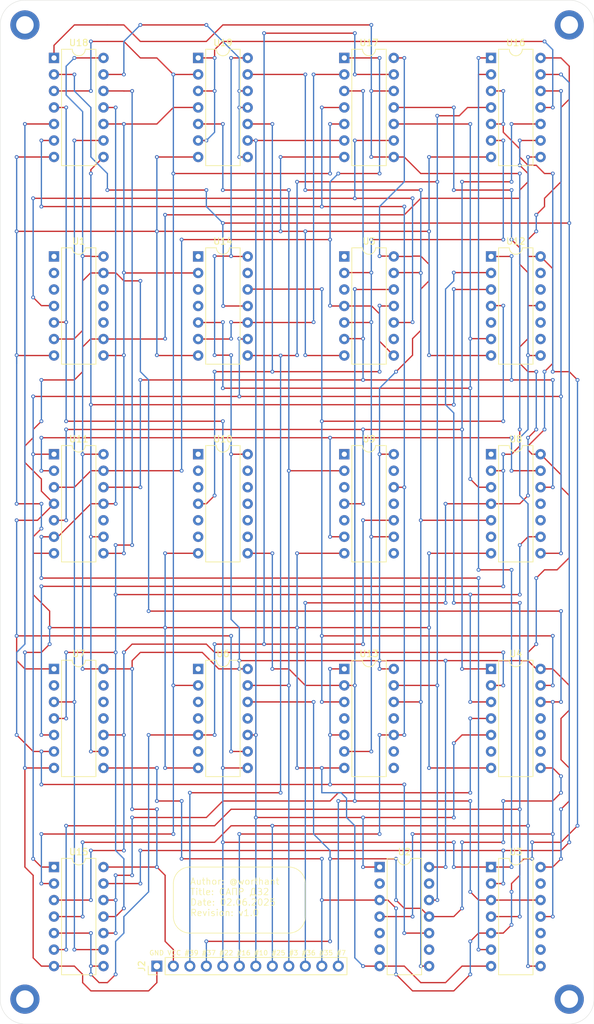
<source format=kicad_pcb>
(kicad_pcb (version 20240108) (generator "pcbnew") (generator_version "8.0")
  (title_block (title "САПР ДЗ2") (date "02.06.2025") (company "Imtjl Inc."))
  (layers (0 "F.Cu" signal) (31 "B.Cu" signal) (34 "B.Paste" user) (35 "F.Paste" user) (36 "B.SilkS" user "B.Silkscreen") (37 "F.SilkS" user "F.Silkscreen") (38 "B.Mask" user) (39 "F.Mask" user) (44 "Edge.Cuts" user))
  (net 0 "")
  (net 1 "#18")
  (net 2 "#1")
  (net 3 "#2")
  (net 4 "#3")
  (net 5 "#4")
  (net 6 "#5")
  (net 7 "#6")
  (net 8 "#7")
  (net 9 "#8")
  (net 10 "#9")
  (net 11 "#10")
  (net 12 "#11")
  (net 13 "#12")
  (net 14 "#13")
  (net 15 "#15")
  (net 16 "#16")
  (net 17 "#17")
  (net 18 "#19")
  (net 19 "#20")
  (net 20 "#21")
  (net 21 "#22")
  (net 22 "#23")
  (net 23 "#24")
  (net 24 "#25")
  (net 25 "#26")
  (net 26 "#27")
  (net 27 "#28")
  (net 28 "#29")
  (net 29 "#30")
  (net 30 "#31")
  (net 31 "#14")
  (net 32 "#32")
  (net 33 "#33")
  (net 34 "#34")
  (net 35 "#35")
  (net 36 "#36")
  (net 37 "#37")
  (net 38 "#38")
  (net 39 "#39")
  (net 40 "GND")
  (net 41 "VCC")
  (footprint "Package_DIP:DIP-14_W7.62mm" (layer "F.Cu") (at 77.48 152.4)
    (property "Reference" "U2")
    (property "Value" "DIP-14_W7.62mm")
  )
  (footprint "Package_DIP:DIP-14_W7.62mm" (layer "F.Cu") (at 72.04 27.935)
    (property "Reference" "U17")
    (property "Value" "DIP-14_W7.62mm")
  )
  (footprint "Connector_PinHeader_2.54mm:PinHeader_1x12_P2.54mm_Vertical" (layer "F.Cu") (at 43.18 167.64 90)
    (property "Reference" "J2")
    (property "Value" "PinHeader_1x12_P2.54mm_Vertical" (hide yes))
  )
  (footprint "Package_DIP:DIP-14_W7.62mm" (layer "F.Cu") (at 49.54 121.92)
    (property "Reference" "U6")
    (property "Value" "DIP-14_W7.62mm")
  )
  (footprint "MountingHole:MountingHole_2.7mm_M2.5_ISO7380_Pad" (layer "F.Cu") (at 22.86 22.86)
    (property "Reference" "REF**" (hide yes))
    (property "Value" "2.7mm_M2.5_ISO7380_Pad")
  )
  (footprint "Package_DIP:DIP-14_W7.62mm" (layer "F.Cu") (at 94.64 121.92)
    (property "Reference" "U4")
    (property "Value" "DIP-14_W7.62mm")
  )
  (footprint "Package_DIP:DIP-14_W7.62mm" (layer "F.Cu") (at 94.64 27.935)
    (property "Reference" "U16")
    (property "Value" "DIP-14_W7.62mm")
  )
  (footprint "Package_DIP:DIP-14_W7.62mm" (layer "F.Cu") (at 27.34 58.475)
    (property "Reference" "U1")
    (property "Value" "DIP-14_W7.62mm")
  )
  (footprint "Package_DIP:DIP-14_W7.62mm" (layer "F.Cu") (at 27.34 27.935)
    (property "Reference" "U18")
    (property "Value" "DIP-14_W7.62mm")
  )
  (footprint "Package_DIP:DIP-14_W7.62mm" (layer "F.Cu") (at 27.34 152.4)
    (property "Reference" "U15")
    (property "Value" "DIP-14_W7.62mm")
  )
  (footprint "Package_DIP:DIP-14_W7.62mm" (layer "F.Cu") (at 72.04 58.475)
    (property "Reference" "U5")
    (property "Value" "DIP-14_W7.62mm")
  )
  (footprint "Package_DIP:DIP-14_W7.62mm" (layer "F.Cu") (at 49.54 58.475)
    (property "Reference" "U14")
    (property "Value" "DIP-14_W7.62mm")
  )
  (footprint "Package_DIP:DIP-14_W7.62mm" (layer "F.Cu") (at 94.64 152.4)
    (property "Reference" "U3")
    (property "Value" "DIP-14_W7.62mm")
  )
  (footprint "Package_DIP:DIP-14_W7.62mm" (layer "F.Cu") (at 49.54 27.935)
    (property "Reference" "U19")
    (property "Value" "DIP-14_W7.62mm")
  )
  (footprint "MountingHole:MountingHole_2.7mm_M2.5_ISO7380_Pad" (layer "F.Cu") (at 106.68 172.72)
    (property "Reference" "REF**" (hide yes))
    (property "Value" "2.7mm_M2.5_ISO7380_Pad")
  )
  (footprint "MountingHole:MountingHole_2.7mm_M2.5_ISO7380_Pad" (layer "F.Cu") (at 22.86 172.72)
    (property "Reference" "REF**" (hide yes))
    (property "Value" "2.7mm_M2.5_ISO7380_Pad")
  )
  (footprint "MountingHole:MountingHole_2.7mm_M2.5_ISO7380_Pad" (layer "F.Cu") (at 106.68 22.86)
    (property "Reference" "REF**" (hide yes))
    (property "Value" "2.7mm_M2.5_ISO7380_Pad")
  )
  (footprint "Package_DIP:DIP-14_W7.62mm" (layer "F.Cu") (at 27.34 121.92)
    (property "Reference" "U7")
    (property "Value" "DIP-14_W7.62mm")
  )
  (footprint "Package_DIP:DIP-14_W7.62mm" (layer "F.Cu") (at 94.64 58.475)
    (property "Reference" "U12")
    (property "Value" "DIP-14_W7.62mm")
  )
  (footprint "Package_DIP:DIP-14_W7.62mm" (layer "F.Cu") (at 27.34 88.895)
    (property "Reference" "U11")
    (property "Value" "DIP-14_W7.62mm")
  )
  (footprint "Package_DIP:DIP-14_W7.62mm" (layer "F.Cu") (at 49.54 88.895)
    (property "Reference" "U10")
    (property "Value" "DIP-14_W7.62mm")
  )
  (footprint "Package_DIP:DIP-14_W7.62mm" (layer "F.Cu") (at 94.64 88.895)
    (property "Reference" "U8")
    (property "Value" "DIP-14_W7.62mm")
  )
  (footprint "Package_DIP:DIP-14_W7.62mm" (layer "F.Cu") (at 72.04 88.895)
    (property "Reference" "U9")
    (property "Value" "DIP-14_W7.62mm")
  )
  (footprint "Package_DIP:DIP-14_W7.62mm" (layer "F.Cu") (at 72.04 121.92)
    (property "Reference" "U13")
    (property "Value" "DIP-14_W7.62mm")
  )
  (gr_line (start 45.72 160.02) (end 45.72 154.94) (stroke (width 0.1)) (layer "F.SilkS"))
  (gr_line (start 63.5 162.56) (end 48.26 162.56) (stroke (width 0.1)) (layer "F.SilkS"))
  (gr_line (start 66.04 154.94) (end 66.04 160.02) (stroke (width 0.1)) (layer "F.SilkS"))
  (gr_arc (start 45.72 154.94) (mid 46.463949 153.143949) (end 48.26 152.4) (stroke (width 0.1)) (layer "F.SilkS"))
  (gr_arc (start 48.26 162.56) (mid 46.463949 161.816051) (end 45.72 160.02) (stroke (width 0.1)) (layer "F.SilkS"))
  (gr_arc (start 66.04 160.02) (mid 65.296051 161.816051) (end 63.5 162.56) (stroke (width 0.1)) (layer "F.SilkS"))
  (gr_arc (start 63.5 152.4) (mid 65.296051 153.143949) (end 66.04 154.94) (stroke (width 0.1)) (layer "F.SilkS"))
  (gr_line (start 48.26 152.4) (end 63.5 152.4) (stroke (width 0.1)) (layer "F.SilkS"))
  (gr_arc (start 19.05 22.86) (mid 20.165923 20.165923) (end 22.86 19.05) (stroke (width 0.05)) (layer "Edge.Cuts"))
  (gr_arc (start 110.49 172.72) (mid 109.374077 175.414077) (end 106.68 176.53) (stroke (width 0.05)) (layer "Edge.Cuts"))
  (gr_line (start 22.86 176.53) (end 106.68 176.53) (stroke (width 0.05)) (layer "Edge.Cuts"))
  (gr_arc (start 106.68 19.05) (mid 109.374077 20.165923) (end 110.49 22.86) (stroke (width 0.05)) (layer "Edge.Cuts"))
  (gr_line (start 19.05 22.86) (end 19.05 172.72) (stroke (width 0.05)) (layer "Edge.Cuts"))
  (gr_arc (start 22.86 176.53) (mid 20.165923 175.414077) (end 19.05 172.72) (stroke (width 0.05)) (layer "Edge.Cuts"))
  (gr_line (start 106.68 19.05) (end 22.86 19.05) (stroke (width 0.05)) (layer "Edge.Cuts"))
  (gr_line (start 110.49 172.72) (end 110.49 22.86) (stroke (width 0.05)) (layer "Edge.Cuts"))
  (gr_text "GND VCC #39 #37 #22 #16 #10 #25 #3 #36 #35 #7" (at 57.15 165.608 0) (layer "F.SilkS") (effects (font (size 0.73 0.73) (thickness 0.1))))
  (gr_text "Author: @worthant\nTitle: САПР ДЗ2\nDate: 02.06.2025\nRevision: v1.0" (at 48.26 160.02 0) (layer "F.SilkS") (effects (font (size 1 1) (thickness 0.1)) (justify left bottom)))
  (segment (start 34.96 132.08) (end 38.1 132.08) (width 0.2) (layer "F.Cu") (net 1))
  (segment (start 39.37 118.11) (end 38.1 119.38) (width 0.2) (layer "F.Cu") (net 1))
  (segment (start 38.1 149.86) (end 33.02 149.86) (width 0.2) (layer "F.Cu") (net 1))
  (segment (start 33.02 157.48) (end 27.34 157.48) (width 0.2) (layer "F.Cu") (net 1))
  (segment (start 96.52 119.38) (end 52.07 119.38) (width 0.2) (layer "F.Cu") (net 1))
  (segment (start 94.64 124.46) (end 96.52 124.46) (width 0.2) (layer "F.Cu") (net 1))
  (segment (start 52.07 119.38) (end 50.8 118.11) (width 0.2) (layer "F.Cu") (net 1))
  (segment (start 50.8 118.11) (end 39.37 118.11) (width 0.2) (layer "F.Cu") (net 1))
  (via (at 38.1 132.08) (size 0.6) (drill 0.3) (layers "F.Cu" "B.Cu") (net 1))
  (via (at 38.1 119.38) (size 0.6) (drill 0.3) (layers "F.Cu" "B.Cu") (net 1))
  (via (at 38.1 149.86) (size 0.6) (drill 0.3) (layers "F.Cu" "B.Cu") (net 1))
  (via (at 33.02 149.86) (size 0.6) (drill 0.3) (layers "F.Cu" "B.Cu") (net 1))
  (via (at 96.52 119.38) (size 0.6) (drill 0.3) (layers "F.Cu" "B.Cu") (net 1))
  (via (at 33.02 157.48) (size 0.6) (drill 0.3) (layers "F.Cu" "B.Cu") (net 1))
  (via (at 96.52 124.46) (size 0.6) (drill 0.3) (layers "F.Cu" "B.Cu") (net 1))
  (segment (start 38.1 132.08) (end 38.1 149.86) (width 0.2) (layer "B.Cu") (net 1))
  (segment (start 96.52 124.46) (end 96.52 119.38) (width 0.2) (layer "B.Cu") (net 1))
  (segment (start 38.1 119.38) (end 38.1 132.08) (width 0.2) (layer "B.Cu") (net 1))
  (segment (start 33.02 149.86) (end 33.02 157.48) (width 0.2) (layer "B.Cu") (net 1))
  (segment (start 38.1 38.1) (end 38.095 38.095) (width 0.2) (layer "F.Cu") (net 2))
  (segment (start 34.965 104.14) (end 38.1 104.14) (width 0.2) (layer "F.Cu") (net 2))
  (segment (start 38.095 38.095) (end 34.96 38.095) (width 0.2) (layer "F.Cu") (net 2))
  (segment (start 34.96 73.715) (end 38.045 73.715) (width 0.2) (layer "F.Cu") (net 2))
  (segment (start 38.155 61.015) (end 49.54 61.015) (width 0.2) (layer "F.Cu") (net 2))
  (segment (start 43.18 38.1) (end 45.725 35.555) (width 0.2) (layer "F.Cu") (net 2))
  (segment (start 38.1 60.96) (end 38.155 61.015) (width 0.2) (layer "F.Cu") (net 2))
  (segment (start 34.96 104.135) (end 34.965 104.14) (width 0.2) (layer "F.Cu") (net 2))
  (segment (start 38.1 38.1) (end 43.18 38.1) (width 0.2) (layer "F.Cu") (net 2))
  (segment (start 45.725 35.555) (end 49.54 35.555) (width 0.2) (layer "F.Cu") (net 2))
  (segment (start 38.045 73.715) (end 38.1 73.66) (width 0.2) (layer "F.Cu") (net 2))
  (via (at 38.1 104.14) (size 0.6) (drill 0.3) (layers "F.Cu" "B.Cu") (net 2))
  (via (at 38.1 73.66) (size 0.6) (drill 0.3) (layers "F.Cu" "B.Cu") (net 2))
  (via (at 38.1 38.1) (size 0.6) (drill 0.3) (layers "F.Cu" "B.Cu") (net 2))
  (via (at 38.1 60.96) (size 0.6) (drill 0.3) (layers "F.Cu" "B.Cu") (net 2))
  (segment (start 38.1 104.14) (end 38.1 73.66) (width 0.2) (layer "B.Cu") (net 2))
  (segment (start 38.1 73.66) (end 38.1 60.96) (width 0.2) (layer "B.Cu") (net 2))
  (segment (start 38.1 38.1) (end 38.1 60.96) (width 0.2) (layer "B.Cu") (net 2))
  (segment (start 34.96 165.1) (end 30.48 165.1) (width 0.2) (layer "F.Cu") (net 3))
  (segment (start 27.34 127) (end 30.48 127) (width 0.2) (layer "F.Cu") (net 3))
  (segment (start 30.485 40.635) (end 34.96 40.635) (width 0.2) (layer "F.Cu") (net 3))
  (segment (start 30.48 40.64) (end 30.485 40.635) (width 0.2) (layer "F.Cu") (net 3))
  (via (at 30.48 40.64) (size 0.6) (drill 0.3) (layers "F.Cu" "B.Cu") (net 3))
  (via (at 30.48 165.1) (size 0.6) (drill 0.3) (layers "F.Cu" "B.Cu") (net 3))
  (via (at 30.48 127) (size 0.6) (drill 0.3) (layers "F.Cu" "B.Cu") (net 3))
  (segment (start 30.48 165.1) (end 30.48 127) (width 0.2) (layer "B.Cu") (net 3))
  (segment (start 30.48 40.64) (end 30.48 127) (width 0.2) (layer "B.Cu") (net 3))
  (segment (start 57.16 124.46) (end 63.5 124.46) (width 0.2) (layer "F.Cu") (net 4))
  (segment (start 72.04 91.435) (end 72.035 91.44) (width 0.2) (layer "F.Cu") (net 4))
  (segment (start 53.335 38.095) (end 49.54 38.095) (width 0.2) (layer "F.Cu") (net 4))
  (segment (start 53.34 48.26) (end 63.5 48.26) (width 0.2) (layer "F.Cu") (net 4))
  (segment (start 72.035 91.44) (end 63.5 91.44) (width 0.2) (layer "F.Cu") (net 4))
  (segment (start 53.34 38.1) (end 53.335 38.095) (width 0.2) (layer "F.Cu") (net 4))
  (via (at 53.34 48.26) (size 0.6) (drill 0.3) (layers "F.Cu" "B.Cu") (net 4))
  (via (at 53.34 38.1) (size 0.6) (drill 0.3) (layers "F.Cu" "B.Cu") (net 4))
  (via (at 63.5 124.46) (size 0.6) (drill 0.3) (layers "F.Cu" "B.Cu") (net 4))
  (via (at 63.5 48.26) (size 0.6) (drill 0.3) (layers "F.Cu" "B.Cu") (net 4))
  (via (at 63.5 91.44) (size 0.6) (drill 0.3) (layers "F.Cu" "B.Cu") (net 4))
  (segment (start 63.5 121.92) (end 63.5 48.26) (width 0.2) (layer "B.Cu") (net 4))
  (segment (start 63.5 124.46) (end 63.5 121.92) (width 0.2) (layer "B.Cu") (net 4))
  (segment (start 53.34 48.26) (end 53.34 38.1) (width 0.2) (layer "B.Cu") (net 4))
  (segment (start 63.5 124.46) (end 63.5 167.64) (width 0.2) (layer "B.Cu") (net 4))
  (segment (start 72.04 68.635) (end 76.145 68.635) (width 0.2) (layer "F.Cu") (net 5))
  (segment (start 76.2 55.88) (end 96.52 55.88) (width 0.2) (layer "F.Cu") (net 5))
  (segment (start 76.2 60.96) (end 72.095 60.96) (width 0.2) (layer "F.Cu") (net 5))
  (segment (start 72.04 134.62) (end 76.2 134.62) (width 0.2) (layer "F.Cu") (net 5))
  (segment (start 79.66 101.595) (end 76.205 101.595) (width 0.2) (layer "F.Cu") (net 5))
  (segment (start 96.52 40.64) (end 94.645 40.64) (width 0.2) (layer "F.Cu") (net 5))
  (segment (start 76.145 68.635) (end 76.2 68.58) (width 0.2) (layer "F.Cu") (net 5))
  (segment (start 72.095 60.96) (end 72.04 61.015) (width 0.2) (layer "F.Cu") (net 5))
  (segment (start 94.645 40.64) (end 94.64 40.635) (width 0.2) (layer "F.Cu") (net 5))
  (segment (start 76.205 101.595) (end 76.2 101.6) (width 0.2) (layer "F.Cu") (net 5))
  (via (at 96.52 55.88) (size 0.6) (drill 0.3) (layers "F.Cu" "B.Cu") (net 5))
  (via (at 76.2 55.88) (size 0.6) (drill 0.3) (layers "F.Cu" "B.Cu") (net 5))
  (via (at 76.2 68.58) (size 0.6) (drill 0.3) (layers "F.Cu" "B.Cu") (net 5))
  (via (at 76.2 134.62) (size 0.6) (drill 0.3) (layers "F.Cu" "B.Cu") (net 5))
  (via (at 76.2 101.6) (size 0.6) (drill 0.3) (layers "F.Cu" "B.Cu") (net 5))
  (via (at 96.52 40.64) (size 0.6) (drill 0.3) (layers "F.Cu" "B.Cu") (net 5))
  (via (at 76.2 60.96) (size 0.6) (drill 0.3) (layers "F.Cu" "B.Cu") (net 5))
  (segment (start 76.2 68.58) (end 76.2 60.96) (width 0.2) (layer "B.Cu") (net 5))
  (segment (start 76.2 55.88) (end 76.2 60.96) (width 0.2) (layer "B.Cu") (net 5))
  (segment (start 96.52 55.88) (end 96.52 40.64) (width 0.2) (layer "B.Cu") (net 5))
  (segment (start 76.2 134.62) (end 76.2 68.58) (width 0.2) (layer "B.Cu") (net 5))
  (segment (start 49.545 33.02) (end 49.54 33.015) (width 0.2) (layer "F.Cu") (net 6))
  (segment (start 53.34 25.4) (end 52.07 26.67) (width 0.2) (layer "F.Cu") (net 6))
  (segment (start 52.07 26.67) (end 52.07 27.94) (width 0.2) (layer "F.Cu") (net 6))
  (segment (start 49.545 40.64) (end 49.54 40.635) (width 0.2) (layer "F.Cu") (net 6))
  (segment (start 102.87 25.4) (end 53.34 25.4) (width 0.2) (layer "F.Cu") (net 6))
  (segment (start 102.265 35.56) (end 102.26 35.555) (width 0.2) (layer "F.Cu") (net 6))
  (segment (start 52.07 27.94) (end 52.065 27.935) (width 0.2) (layer "F.Cu") (net 6))
  (segment (start 52.065 27.935) (end 49.54 27.935) (width 0.2) (layer "F.Cu") (net 6))
  (segment (start 104.14 35.56) (end 102.265 35.56) (width 0.2) (layer "F.Cu") (net 6))
  (segment (start 52.07 33.02) (end 49.545 33.02) (width 0.2) (layer "F.Cu") (net 6))
  (segment (start 50.8 40.64) (end 49.545 40.64) (width 0.2) (layer "F.Cu") (net 6))
  (via (at 104.14 35.56) (size 0.6) (drill 0.3) (layers "F.Cu" "B.Cu") (net 6))
  (via (at 102.87 25.4) (size 0.6) (drill 0.3) (layers "F.Cu" "B.Cu") (net 6))
  (via (at 52.07 33.02) (size 0.6) (drill 0.3) (layers "F.Cu" "B.Cu") (net 6))
  (via (at 52.07 27.94) (size 0.6) (drill 0.3) (layers "F.Cu" "B.Cu") (net 6))
  (via (at 50.8 40.64) (size 0.6) (drill 0.3) (layers "F.Cu" "B.Cu") (net 6))
  (segment (start 104.14 26.67) (end 104.14 35.56) (width 0.2) (layer "B.Cu") (net 6))
  (segment (start 52.07 39.37) (end 50.8 40.64) (width 0.2) (layer "B.Cu") (net 6))
  (segment (start 102.87 25.4) (end 104.14 26.67) (width 0.2) (layer "B.Cu") (net 6))
  (segment (start 52.07 27.94) (end 52.07 39.37) (width 0.2) (layer "B.Cu") (net 6))
  (segment (start 66.04 48.26) (end 83.82 48.26) (width 0.2) (layer "F.Cu") (net 7))
  (segment (start 94.64 99.055) (end 83.825 99.055) (width 0.2) (layer "F.Cu") (net 7))
  (segment (start 83.825 99.055) (end 83.82 99.06) (width 0.2) (layer "F.Cu") (net 7))
  (segment (start 83.82 167.64) (end 85.1 167.64) (width 0.2) (layer "F.Cu") (net 7))
  (segment (start 83.82 61.015) (end 83.765 60.96) (width 0.2) (layer "F.Cu") (net 7))
  (segment (start 66.035 30.475) (end 66.04 30.48) (width 0.2) (layer "F.Cu") (net 7))
  (segment (start 79.715 60.96) (end 79.66 61.015) (width 0.2) (layer "F.Cu") (net 7))
  (segment (start 57.16 30.475) (end 66.035 30.475) (width 0.2) (layer "F.Cu") (net 7))
  (segment (start 83.82 127) (end 79.66 127) (width 0.2) (layer "F.Cu") (net 7))
  (segment (start 83.765 60.96) (end 79.715 60.96) (width 0.2) (layer "F.Cu") (net 7))
  (via (at 66.04 30.48) (size 0.6) (drill 0.3) (layers "F.Cu" "B.Cu") (net 7))
  (via (at 83.82 99.06) (size 0.6) (drill 0.3) (layers "F.Cu" "B.Cu") (net 7))
  (via (at 83.82 48.26) (size 0.6) (drill 0.3) (layers "F.Cu" "B.Cu") (net 7))
  (via (at 66.04 48.26) (size 0.6) (drill 0.3) (layers "F.Cu" "B.Cu") (net 7))
  (via (at 83.82 127) (size 0.6) (drill 0.3) (layers "F.Cu" "B.Cu") (net 7))
  (via (at 83.82 61.015) (size 0.6) (drill 0.3) (layers "F.Cu" "B.Cu") (net 7))
  (via (at 83.82 167.64) (size 0.6) (drill 0.3) (layers "F.Cu" "B.Cu") (net 7))
  (segment (start 83.82 48.26) (end 83.82 61.015) (width 0.2) (layer "B.Cu") (net 7))
  (segment (start 83.82 127) (end 83.82 167.64) (width 0.2) (layer "B.Cu") (net 7))
  (segment (start 83.82 127) (end 83.82 61.015) (width 0.2) (layer "B.Cu") (net 7))
  (segment (start 66.04 30.48) (end 66.04 48.26) (width 0.2) (layer "B.Cu") (net 7))
  (segment (start 72.04 124.46) (end 73.66 124.46) (width 0.2) (layer "F.Cu") (net 8))
  (segment (start 60.955 104.135) (end 60.96 104.14) (width 0.2) (layer "F.Cu") (net 8))
  (segment (start 66.04 124.46) (end 72.04 124.46) (width 0.2) (layer "F.Cu") (net 8))
  (segment (start 63.5 121.92) (end 66.04 124.46) (width 0.2) (layer "F.Cu") (net 8))
  (segment (start 57.16 104.135) (end 60.955 104.135) (width 0.2) (layer "F.Cu") (net 8))
  (segment (start 73.715 63.555) (end 73.66 63.5) (width 0.2) (layer "F.Cu") (net 8))
  (segment (start 71.12 142.24) (end 73.66 142.24) (width 0.2) (layer "F.Cu") (net 8))
  (segment (start 73.66 142.24) (end 91.44 142.24) (width 0.2) (layer "F.Cu") (net 8))
  (segment (start 60.96 121.92) (end 63.5 121.92) (width 0.2) (layer "F.Cu") (net 8))
  (segment (start 79.66 63.555) (end 73.715 63.555) (width 0.2) (layer "F.Cu") (net 8))
  (segment (start 94.64 157.48) (end 102.26 157.48) (width 0.2) (layer "F.Cu") (net 8))
  (segment (start 91.44 156.21) (end 92.71 157.48) (width 0.2) (layer "F.Cu") (net 8))
  (segment (start 92.71 157.48) (end 94.64 157.48) (width 0.2) (layer "F.Cu") (net 8))
  (via (at 60.96 104.14) (size 0.6) (drill 0.3) (layers "F.Cu" "B.Cu") (net 8))
  (via (at 73.66 142.24) (size 0.6) (drill 0.3) (layers "F.Cu" "B.Cu") (net 8))
  (via (at 91.44 142.24) (size 0.6) (drill 0.3) (layers "F.Cu" "B.Cu") (net 8))
  (via (at 73.66 63.5) (size 0.6) (drill 0.3) (layers "F.Cu" "B.Cu") (net 8))
  (via (at 71.12 142.24) (size 0.6) (drill 0.3) (layers "F.Cu" "B.Cu") (net 8))
  (via (at 73.66 124.46) (size 0.6) (drill 0.3) (layers "F.Cu" "B.Cu") (net 8))
  (via (at 60.96 121.92) (size 0.6) (drill 0.3) (layers "F.Cu" "B.Cu") (net 8))
  (via (at 91.44 156.21) (size 0.6) (drill 0.3) (layers "F.Cu" "B.Cu") (net 8))
  (segment (start 60.96 104.14) (end 60.96 121.92) (width 0.2) (layer "B.Cu") (net 8))
  (segment (start 73.66 63.5) (end 73.66 124.46) (width 0.2) (layer "B.Cu") (net 8))
  (segment (start 91.44 142.24) (end 91.44 156.21) (width 0.2) (layer "B.Cu") (net 8))
  (segment (start 71.12 167.64) (end 71.12 142.24) (width 0.2) (layer "B.Cu") (net 8))
  (segment (start 73.66 124.46) (end 73.66 142.24) (width 0.2) (layer "B.Cu") (net 8))
  (segment (start 69.85 121.92) (end 72.04 121.92) (width 0.2) (layer "F.Cu") (net 9))
  (segment (start 21.59 132.08) (end 24.13 134.62) (width 0.2) (layer "F.Cu") (net 9))
  (segment (start 85.1 162.56) (end 81.28 162.56) (width 0.2) (layer "F.Cu") (net 9))
  (segment (start 27.34 134.62) (end 25.4 134.62) (width 0.2) (layer "F.Cu") (net 9))
  (segment (start 27.34 38.095) (end 22.865 38.095) (width 0.2) (layer "F.Cu") (net 9))
  (segment (start 72.04 132.08) (end 69.85 132.08) (width 0.2) (layer "F.Cu") (net 9))
  (segment (start 81.28 139.7) (end 69.85 139.7) (width 0.2) (layer "F.Cu") (net 9))
  (segment (start 22.865 38.095) (end 22.86 38.1) (width 0.2) (layer "F.Cu") (net 9))
  (segment (start 25.4 139.7) (end 69.85 139.7) (width 0.2) (layer "F.Cu") (net 9))
  (segment (start 24.13 134.62) (end 25.4 134.62) (width 0.2) (layer "F.Cu") (net 9))
  (via (at 69.85 132.08) (size 0.6) (drill 0.3) (layers "F.Cu" "B.Cu") (net 9))
  (via (at 81.28 162.56) (size 0.6) (drill 0.3) (layers "F.Cu" "B.Cu") (net 9))
  (via (at 25.4 139.7) (size 0.6) (drill 0.3) (layers "F.Cu" "B.Cu") (net 9))
  (via (at 21.59 132.08) (size 0.6) (drill 0.3) (layers "F.Cu" "B.Cu") (net 9))
  (via (at 69.85 121.92) (size 0.6) (drill 0.3) (layers "F.Cu" "B.Cu") (net 9))
  (via (at 69.85 139.7) (size 0.6) (drill 0.3) (layers "F.Cu" "B.Cu") (net 9))
  (via (at 81.28 139.7) (size 0.6) (drill 0.3) (layers "F.Cu" "B.Cu") (net 9))
  (via (at 25.4 134.62) (size 0.6) (drill 0.3) (layers "F.Cu" "B.Cu") (net 9))
  (via (at 22.86 38.1) (size 0.6) (drill 0.3) (layers "F.Cu" "B.Cu") (net 9))
  (segment (start 25.4 134.62) (end 25.4 139.7) (width 0.2) (layer "B.Cu") (net 9))
  (segment (start 81.28 162.56) (end 81.28 139.7) (width 0.2) (layer "B.Cu") (net 9))
  (segment (start 69.85 132.08) (end 69.85 121.92) (width 0.2) (layer "B.Cu") (net 9))
  (segment (start 22.86 118.11) (end 21.59 119.38) (width 0.2) (layer "B.Cu") (net 9))
  (segment (start 21.59 119.38) (end 21.59 132.08) (width 0.2) (layer "B.Cu") (net 9))
  (segment (start 22.86 38.1) (end 22.86 118.11) (width 0.2) (layer "B.Cu") (net 9))
  (segment (start 69.85 139.7) (end 69.85 132.08) (width 0.2) (layer "B.Cu") (net 9))
  (segment (start 43.18 27.94) (end 40.64 27.94) (width 0.2) (layer "F.Cu") (net 10))
  (segment (start 27.34 33.015) (end 33.015 33.015) (width 0.2) (layer "F.Cu") (net 10))
  (segment (start 45.72 30.48) (end 43.18 27.94) (width 0.2) (layer "F.Cu") (net 10))
  (segment (start 48.26 30.48) (end 48.265 30.475) (width 0.2) (layer "F.Cu") (net 10))
  (segment (start 48.265 30.475) (end 49.54 30.475) (width 0.2) (layer "F.Cu") (net 10))
  (segment (start 25.4 147.32) (end 45.72 147.32) (width 0.2) (layer "F.Cu") (net 10))
  (segment (start 49.54 124.46) (end 45.72 124.46) (width 0.2) (layer "F.Cu") (net 10))
  (segment (start 45.72 45.72) (end 69.85 45.72) (width 0.2) (layer "F.Cu") (net 10))
  (segment (start 38.1 25.4) (end 33.02 25.4) (width 0.2) (layer "F.Cu") (net 10))
  (segment (start 27.34 154.94) (end 25.4 154.94) (width 0.2) (layer "F.Cu") (net 10))
  (segment (start 33.015 33.015) (end 33.02 33.02) (width 0.2) (layer "F.Cu") (net 10))
  (segment (start 72.035 38.1) (end 72.04 38.095) (width 0.2) (layer "F.Cu") (net 10))
  (segment (start 45.72 30.48) (end 48.26 30.48) (width 0.2) (layer "F.Cu") (net 10))
  (segment (start 69.85 38.1) (end 72.035 38.1) (width 0.2) (layer "F.Cu") (net 10))
  (segment (start 40.64 27.94) (end 38.1 25.4) (width 0.2) (layer "F.Cu") (net 10))
  (via (at 45.72 147.32) (size 0.6) (drill 0.3) (layers "F.Cu" "B.Cu") (net 10))
  (via (at 45.72 124.46) (size 0.6) (drill 0.3) (layers "F.Cu" "B.Cu") (net 10))
  (via (at 69.85 38.1) (size 0.6) (drill 0.3) (layers "F.Cu" "B.Cu") (net 10))
  (via (at 25.4 147.32) (size 0.6) (drill 0.3) (layers "F.Cu" "B.Cu") (net 10))
  (via (at 45.72 45.72) (size 0.6) (drill 0.3) (layers "F.Cu" "B.Cu") (net 10))
  (via (at 33.02 33.02) (size 0.6) (drill 0.3) (layers "F.Cu" "B.Cu") (net 10))
  (via (at 45.72 30.48) (size 0.6) (drill 0.3) (layers "F.Cu" "B.Cu") (net 10))
  (via (at 33.02 25.4) (size 0.6) (drill 0.3) (layers "F.Cu" "B.Cu") (net 10))
  (via (at 69.85 45.72) (size 0.6) (drill 0.3) (layers "F.Cu" "B.Cu") (net 10))
  (via (at 25.4 154.94) (size 0.6) (drill 0.3) (layers "F.Cu" "B.Cu") (net 10))
  (segment (start 45.72 147.32) (end 45.72 30.48) (width 0.2) (layer "B.Cu") (net 10))
  (segment (start 25.4 154.94) (end 25.4 147.32) (width 0.2) (layer "B.Cu") (net 10))
  (segment (start 33.02 33.02) (end 33.02 25.4) (width 0.2) (layer "B.Cu") (net 10))
  (segment (start 69.85 45.72) (end 69.85 38.1) (width 0.2) (layer "B.Cu") (net 10))
  (segment (start 88.9 133.35) (end 90.17 132.08) (width 0.2) (layer "F.Cu") (net 11))
  (segment (start 58.42 144.78) (end 88.9 144.78) (width 0.2) (layer "F.Cu") (net 11))
  (segment (start 57.16 40.635) (end 72.04 40.635) (width 0.2) (layer "F.Cu") (net 11))
  (segment (start 57.16 132.08) (end 58.42 132.08) (width 0.2) (layer "F.Cu") (net 11))
  (segment (start 74.93 152.4) (end 77.48 152.4) (width 0.2) (layer "F.Cu") (net 11))
  (segment (start 90.17 132.08) (end 94.64 132.08) (width 0.2) (layer "F.Cu") (net 11))
  (via (at 58.42 132.08) (size 0.6) (drill 0.3) (layers "F.Cu" "B.Cu") (net 11))
  (via (at 88.9 144.78) (size 0.6) (drill 0.3) (layers "F.Cu" "B.Cu") (net 11))
  (via (at 88.9 133.35) (size 0.6) (drill 0.3) (layers "F.Cu" "B.Cu") (net 11))
  (via (at 58.42 40.64) (size 0.6) (drill 0.3) (layers "F.Cu" "B.Cu") (net 11))
  (via (at 74.93 152.4) (size 0.6) (drill 0.3) (layers "F.Cu" "B.Cu") (net 11))
  (via (at 74.93 144.78) (size 0.6) (drill 0.3) (layers "F.Cu" "B.Cu") (net 11))
  (via (at 58.42 144.78) (size 0.6) (drill 0.3) (layers "F.Cu" "B.Cu") (net 11))
  (segment (start 74.93 144.78) (end 74.93 152.4) (width 0.2) (layer "B.Cu") (net 11))
  (segment (start 88.9 144.78) (end 88.9 133.35) (width 0.2) (layer "B.Cu") (net 11))
  (segment (start 58.42 132.08) (end 58.42 40.64) (width 0.2) (layer "B.Cu") (net 11))
  (segment (start 58.42 132.08) (end 58.42 167.64) (width 0.2) (layer "B.Cu") (net 11))
  (segment (start 77.47 66.04) (end 77.525 66.095) (width 0.2) (layer "F.Cu") (net 12))
  (segment (start 77.525 66.095) (end 79.66 66.095) (width 0.2) (layer "F.Cu") (net 12))
  (segment (start 52.07 95.25) (end 50.805 96.515) (width 0.2) (layer "F.Cu") (net 12))
  (segment (start 50.805 96.515) (end 49.54 96.515) (width 0.2) (layer "F.Cu") (net 12))
  (segment (start 77.47 76.2) (end 60.96 76.2) (width 0.2) (layer "F.Cu") (net 12))
  (segment (start 52.07 76.2) (end 60.96 76.2) (width 0.2) (layer "F.Cu") (net 12))
  (segment (start 60.955 38.095) (end 57.16 38.095) (width 0.2) (layer "F.Cu") (net 12))
  (segment (start 60.96 38.1) (end 60.955 38.095) (width 0.2) (layer "F.Cu") (net 12))
  (via (at 52.07 76.2) (size 0.6) (drill 0.3) (layers "F.Cu" "B.Cu") (net 12))
  (via (at 52.07 95.25) (size 0.6) (drill 0.3) (layers "F.Cu" "B.Cu") (net 12))
  (via (at 60.96 38.1) (size 0.6) (drill 0.3) (layers "F.Cu" "B.Cu") (net 12))
  (via (at 77.47 76.2) (size 0.6) (drill 0.3) (layers "F.Cu" "B.Cu") (net 12))
  (via (at 60.96 76.2) (size 0.6) (drill 0.3) (layers "F.Cu" "B.Cu") (net 12))
  (via (at 77.47 66.04) (size 0.6) (drill 0.3) (layers "F.Cu" "B.Cu") (net 12))
  (segment (start 60.96 76.2) (end 60.96 38.1) (width 0.2) (layer "B.Cu") (net 12))
  (segment (start 52.07 76.2) (end 52.07 95.25) (width 0.2) (layer "B.Cu") (net 12))
  (segment (start 77.47 76.2) (end 77.47 66.04) (width 0.2) (layer "B.Cu") (net 12))
  (segment (start 38.095 30.475) (end 34.96 30.475) (width 0.2) (layer "F.Cu") (net 13))
  (segment (start 55.885 33.015) (end 55.88 33.02) (width 0.2) (layer "F.Cu") (net 13))
  (segment (start 57.155 35.56) (end 57.16 35.555) (width 0.2) (layer "F.Cu") (net 13))
  (segment (start 55.885 43.175) (end 55.88 43.18) (width 0.2) (layer "F.Cu") (net 13))
  (segment (start 57.16 43.175) (end 55.885 43.175) (width 0.2) (layer "F.Cu") (net 13))
  (segment (start 57.16 33.015) (end 55.885 33.015) (width 0.2) (layer "F.Cu") (net 13))
  (segment (start 38.1 30.48) (end 38.095 30.475) (width 0.2) (layer "F.Cu") (net 13))
  (segment (start 50.8 22.86) (end 40.64 22.86) (width 0.2) (layer "F.Cu") (net 13))
  (segment (start 55.88 35.56) (end 57.155 35.56) (width 0.2) (layer "F.Cu") (net 13))
  (via (at 40.64 22.86) (size 0.6) (drill 0.3) (layers "F.Cu" "B.Cu") (net 13))
  (via (at 55.88 33.02) (size 0.6) (drill 0.3) (layers "F.Cu" "B.Cu") (net 13))
  (via (at 55.88 43.18) (size 0.6) (drill 0.3) (layers "F.Cu" "B.Cu") (net 13))
  (via (at 55.88 35.56) (size 0.6) (drill 0.3) (layers "F.Cu" "B.Cu") (net 13))
  (via (at 38.1 30.48) (size 0.6) (drill 0.3) (layers "F.Cu" "B.Cu") (net 13))
  (via (at 50.8 22.86) (size 0.6) (drill 0.3) (layers "F.Cu" "B.Cu") (net 13))
  (segment (start 40.64 22.86) (end 38.1 25.4) (width 0.2) (layer "B.Cu") (net 13))
  (segment (start 50.8 22.86) (end 55.88 27.94) (width 0.2) (layer "B.Cu") (net 13))
  (segment (start 55.88 43.18) (end 55.88 35.56) (width 0.2) (layer "B.Cu") (net 13))
  (segment (start 38.1 25.4) (end 38.1 30.48) (width 0.2) (layer "B.Cu") (net 13))
  (segment (start 55.88 27.94) (end 55.88 35.56) (width 0.2) (layer "B.Cu") (net 13))
  (segment (start 53.285 68.635) (end 53.34 68.58) (width 0.2) (layer "F.Cu") (net 14))
  (segment (start 88.9 38.1) (end 88.895 38.095) (width 0.2) (layer "F.Cu") (net 14))
  (segment (start 92.705 93.975) (end 94.64 93.975) (width 0.2) (layer "F.Cu") (net 14))
  (segment (start 49.54 68.635) (end 53.285 68.635) (width 0.2) (layer "F.Cu") (net 14))
  (segment (start 91.44 38.1) (end 88.9 38.1) (width 0.2) (layer "F.Cu") (net 14))
  (segment (start 88.895 38.095) (end 79.66 38.095) (width 0.2) (layer "F.Cu") (net 14))
  (segment (start 53.34 78.74) (end 91.44 78.74) (width 0.2) (layer "F.Cu") (net 14))
  (segment (start 91.44 92.71) (end 92.705 93.975) (width 0.2) (layer "F.Cu") (net 14))
  (segment (start 91.44 71.12) (end 94.585 71.12) (width 0.2) (layer "F.Cu") (net 14))
  (segment (start 94.585 71.12) (end 94.64 71.175) (width 0.2) (layer "F.Cu") (net 14))
  (via (at 53.34 68.58) (size 0.6) (drill 0.3) (layers "F.Cu" "B.Cu") (net 14))
  (via (at 91.44 92.71) (size 0.6) (drill 0.3) (layers "F.Cu" "B.Cu") (net 14))
  (via (at 91.44 78.74) (size 0.6) (drill 0.3) (layers "F.Cu" "B.Cu") (net 14))
  (via (at 91.44 38.1) (size 0.6) (drill 0.3) (layers "F.Cu" "B.Cu") (net 14))
  (via (at 91.44 71.12) (size 0.6) (drill 0.3) (layers "F.Cu" "B.Cu") (net 14))
  (via (at 53.34 78.74) (size 0.6) (drill 0.3) (layers "F.Cu" "B.Cu") (net 14))
  (segment (start 91.44 71.12) (end 91.44 38.1) (width 0.2) (layer "B.Cu") (net 14))
  (segment (start 91.44 92.71) (end 91.44 71.12) (width 0.2) (layer "B.Cu") (net 14))
  (segment (start 53.34 68.58) (end 53.34 78.74) (width 0.2) (layer "B.Cu") (net 14))
  (segment (start 33.02 134.62) (end 34.96 134.62) (width 0.2) (layer "F.Cu") (net 15))
  (segment (start 33.025 101.595) (end 33.02 101.6) (width 0.2) (layer "F.Cu") (net 15))
  (segment (start 33.02 45.72) (end 33.02 45.115) (width 0.2) (layer "F.Cu") (net 15))
  (segment (start 33.02 45.115) (end 34.96 43.175) (width 0.2) (layer "F.Cu") (net 15))
  (segment (start 94.64 63.555) (end 88.955 63.555) (width 0.2) (layer "F.Cu") (net 15))
  (segment (start 88.9 81.28) (end 33.02 81.28) (width 0.2) (layer "F.Cu") (net 15))
  (segment (start 88.955 63.555) (end 88.9 63.5) (width 0.2) (layer "F.Cu") (net 15))
  (segment (start 34.96 101.595) (end 33.025 101.595) (width 0.2) (layer "F.Cu") (net 15))
  (via (at 33.02 81.28) (size 0.6) (drill 0.3) (layers "F.Cu" "B.Cu") (net 15))
  (via (at 33.02 134.62) (size 0.6) (drill 0.3) (layers "F.Cu" "B.Cu") (net 15))
  (via (at 88.9 81.28) (size 0.6) (drill 0.3) (layers "F.Cu" "B.Cu") (net 15))
  (via (at 88.9 63.5) (size 0.6) (drill 0.3) (layers "F.Cu" "B.Cu") (net 15))
  (via (at 33.02 45.72) (size 0.6) (drill 0.3) (layers "F.Cu" "B.Cu") (net 15))
  (via (at 33.02 101.6) (size 0.6) (drill 0.3) (layers "F.Cu" "B.Cu") (net 15))
  (segment (start 88.9 63.5) (end 88.9 81.28) (width 0.2) (layer "B.Cu") (net 15))
  (segment (start 33.02 101.6) (end 33.02 134.62) (width 0.2) (layer "B.Cu") (net 15))
  (segment (start 33.02 45.72) (end 33.02 101.6) (width 0.2) (layer "B.Cu") (net 15))
  (segment (start 79.665 93.98) (end 79.66 93.975) (width 0.2) (layer "F.Cu") (net 16))
  (segment (start 25.405 40.635) (end 25.4 40.64) (width 0.2) (layer "F.Cu") (net 16))
  (segment (start 68.58 35.56) (end 72.035 35.56) (width 0.2) (layer "F.Cu") (net 16))
  (segment (start 25.4 50.8) (end 68.58 50.8) (width 0.2) (layer "F.Cu") (net 16))
  (segment (start 72.035 35.56) (end 72.04 35.555) (width 0.2) (layer "F.Cu") (net 16))
  (segment (start 27.34 40.635) (end 25.405 40.635) (width 0.2) (layer "F.Cu") (net 16))
  (segment (start 77.47 147.32) (end 55.88 147.32) (width 0.2) (layer "F.Cu") (net 16))
  (segment (start 81.28 93.98) (end 79.665 93.98) (width 0.2) (layer "F.Cu") (net 16))
  (segment (start 81.28 132.08) (end 79.66 132.08) (width 0.2) (layer "F.Cu") (net 16))
  (segment (start 79.66 132.08) (end 77.47 132.08) (width 0.2) (layer "F.Cu") (net 16))
  (segment (start 68.58 50.8) (end 81.28 50.8) (width 0.2) (layer "F.Cu") (net 16))
  (via (at 81.28 93.98) (size 0.6) (drill 0.3) (layers "F.Cu" "B.Cu") (net 16))
  (via (at 25.4 40.64) (size 0.6) (drill 0.3) (layers "F.Cu" "B.Cu") (net 16))
  (via (at 81.28 50.8) (size 0.6) (drill 0.3) (layers "F.Cu" "B.Cu") (net 16))
  (via (at 77.47 132.08) (size 0.6) (drill 0.3) (layers "F.Cu" "B.Cu") (net 16))
  (via (at 81.28 132.08) (size 0.6) (drill 0.3) (layers "F.Cu" "B.Cu") (net 16))
  (via (at 55.88 147.32) (size 0.6) (drill 0.3) (layers "F.Cu" "B.Cu") (net 16))
  (via (at 25.4 50.8) (size 0.6) (drill 0.3) (layers "F.Cu" "B.Cu") (net 16))
  (via (at 68.58 50.8) (size 0.6) (drill 0.3) (layers "F.Cu" "B.Cu") (net 16))
  (via (at 77.47 147.32) (size 0.6) (drill 0.3) (layers "F.Cu" "B.Cu") (net 16))
  (via (at 68.58 35.56) (size 0.6) (drill 0.3) (layers "F.Cu" "B.Cu") (net 16))
  (segment (start 77.47 147.32) (end 77.47 132.08) (width 0.2) (layer "B.Cu") (net 16))
  (segment (start 81.28 50.8) (end 81.28 132.08) (width 0.2) (layer "B.Cu") (net 16))
  (segment (start 68.58 50.8) (end 68.58 35.56) (width 0.2) (layer "B.Cu") (net 16))
  (segment (start 55.88 147.32) (end 55.88 167.64) (width 0.2) (layer "B.Cu") (net 16))
  (segment (start 25.4 40.64) (end 25.4 50.8) (width 0.2) (layer "B.Cu") (net 16))
  (segment (start 96.52 154.94) (end 94.64 154.94) (width 0.2) (layer "F.Cu") (net 17))
  (segment (start 35.56 48.26) (end 50.8 48.26) (width 0.2) (layer "F.Cu") (net 17))
  (segment (start 104.135 30.475) (end 102.26 30.475) (width 0.2) (layer "F.Cu") (net 17))
  (segment (start 96.52 149.86) (end 105.41 149.86) (width 0.2) (layer "F.Cu") (net 17))
  (segment (start 34.96 154.94) (end 40.64 154.94) (width 0.2) (layer "F.Cu") (net 17))
  (segment (start 105.41 149.86) (end 106.68 148.59) (width 0.2) (layer "F.Cu") (net 17))
  (segment (start 53.395 66.095) (end 57.16 66.095) (width 0.2) (layer "F.Cu") (net 17))
  (segment (start 105.41 30.48) (end 104.14 30.48) (width 0.2) (layer "F.Cu") (net 17))
  (segment (start 40.64 149.86) (end 96.52 149.86) (width 0.2) (layer "F.Cu") (net 17))
  (segment (start 53.34 53.34) (end 106.68 53.34) (width 0.2) (layer "F.Cu") (net 17))
  (segment (start 30.475 30.475) (end 30.48 30.48) (width 0.2) (layer "F.Cu") (net 17))
  (segment (start 27.34 30.475) (end 30.475 30.475) (width 0.2) (layer "F.Cu") (net 17))
  (segment (start 104.14 30.48) (end 104.135 30.475) (width 0.2) (layer "F.Cu") (net 17))
  (via (at 106.68 148.59) (size 0.6) (drill 0.3) (layers "F.Cu" "B.Cu") (net 17))
  (via (at 53.34 53.34) (size 0.6) (drill 0.3) (layers "F.Cu" "B.Cu") (net 17))
  (via (at 105.41 30.48) (size 0.6) (drill 0.3) (layers "F.Cu" "B.Cu") (net 17))
  (via (at 40.64 149.86) (size 0.6) (drill 0.3) (layers "F.Cu" "B.Cu") (net 17))
  (via (at 96.52 154.94) (size 0.6) (drill 0.3) (layers "F.Cu" "B.Cu") (net 17))
  (via (at 30.48 30.48) (size 0.6) (drill 0.3) (layers "F.Cu" "B.Cu") (net 17))
  (via (at 96.52 149.86) (size 0.6) (drill 0.3) (layers "F.Cu" "B.Cu") (net 17))
  (via (at 106.68 53.34) (size 0.6) (drill 0.3) (layers "F.Cu" "B.Cu") (net 17))
  (via (at 35.56 48.26) (size 0.6) (drill 0.3) (layers "F.Cu" "B.Cu") (net 17))
  (via (at 50.8 48.26) (size 0.6) (drill 0.3) (layers "F.Cu" "B.Cu") (net 17))
  (via (at 40.64 154.94) (size 0.6) (drill 0.3) (layers "F.Cu" "B.Cu") (net 17))
  (via (at 53.395 66.095) (size 0.6) (drill 0.3) (layers "F.Cu" "B.Cu") (net 17))
  (segment (start 35.56 45.72) (end 35.56 48.26) (width 0.2) (layer "B.Cu") (net 17))
  (segment (start 53.34 53.34) (end 53.34 55.88) (width 0.2) (layer "B.Cu") (net 17))
  (segment (start 105.41 30.48) (end 106.68 31.75) (width 0.2) (layer "B.Cu") (net 17))
  (segment (start 30.48 30.48) (end 30.48 33.02) (width 0.2) (layer "B.Cu") (net 17))
  (segment (start 106.68 148.59) (end 106.68 53.34) (width 0.2) (layer "B.Cu") (net 17))
  (segment (start 30.48 33.02) (end 33.02 35.56) (width 0.2) (layer "B.Cu") (net 17))
  (segment (start 96.52 149.86) (end 96.52 154.94) (width 0.2) (layer "B.Cu") (net 17))
  (segment (start 53.395 55.935) (end 53.395 66.095) (width 0.2) (layer "B.Cu") (net 17))
  (segment (start 33.02 35.56) (end 33.02 43.18) (width 0.2) (layer "B.Cu") (net 17))
  (segment (start 40.64 154.94) (end 40.64 149.86) (width 0.2) (layer "B.Cu") (net 17))
  (segment (start 50.8 50.8) (end 50.8 48.26) (width 0.2) (layer "B.Cu") (net 17))
  (segment (start 53.34 53.34) (end 50.8 50.8) (width 0.2) (layer "B.Cu") (net 17))
  (segment (start 106.68 31.75) (end 106.68 53.34) (width 0.2) (layer "B.Cu") (net 17))
  (segment (start 33.02 43.18) (end 35.56 45.72) (width 0.2) (layer "B.Cu") (net 17))
  (segment (start 53.34 55.88) (end 53.395 55.935) (width 0.2) (layer "B.Cu") (net 17))
  (segment (start 68.58 63.5) (end 57.215 63.5) (width 0.2) (layer "F.Cu") (net 18))
  (segment (start 57.215 63.5) (end 57.16 63.555) (width 0.2) (layer "F.Cu") (net 18))
  (segment (start 68.58 83.82) (end 96.52 83.82) (width 0.2) (layer "F.Cu") (net 18))
  (segment (start 102.26 124.46) (end 104.14 124.46) (width 0.2) (layer "F.Cu") (net 18))
  (segment (start 104.14 116.84) (end 68.58 116.84) (width 0.2) (layer "F.Cu") (net 18))
  (segment (start 72.04 127) (end 68.58 127) (width 0.2) (layer "F.Cu") (net 18))
  (segment (start 96.52 66.04) (end 94.695 66.04) (width 0.2) (layer "F.Cu") (net 18))
  (segment (start 94.695 66.04) (end 94.64 66.095) (width 0.2) (layer "F.Cu") (net 18))
  (via (at 104.14 116.84) (size 0.6) (drill 0.3) (layers "F.Cu" "B.Cu") (net 18))
  (via (at 96.52 83.82) (size 0.6) (drill 0.3) (layers "F.Cu" "B.Cu") (net 18))
  (via (at 68.58 127) (size 0.6) (drill 0.3) (layers "F.Cu" "B.Cu") (net 18))
  (via (at 68.58 83.82) (size 0.6) (drill 0.3) (layers "F.Cu" "B.Cu") (net 18))
  (via (at 68.58 63.5) (size 0.6) (drill 0.3) (layers "F.Cu" "B.Cu") (net 18))
  (via (at 68.58 116.84) (size 0.6) (drill 0.3) (layers "F.Cu" "B.Cu") (net 18))
  (via (at 104.14 124.46) (size 0.6) (drill 0.3) (layers "F.Cu" "B.Cu") (net 18))
  (via (at 96.52 66.04) (size 0.6) (drill 0.3) (layers "F.Cu" "B.Cu") (net 18))
  (segment (start 104.14 124.46) (end 104.14 116.84) (width 0.2) (layer "B.Cu") (net 18))
  (segment (start 68.58 127) (end 68.58 63.5) (width 0.2) (layer "B.Cu") (net 18))
  (segment (start 96.52 76.2) (end 96.52 83.82) (width 0.2) (layer "B.Cu") (net 18))
  (segment (start 96.52 76.2) (end 96.52 66.04) (width 0.2) (layer "B.Cu") (net 18))
  (segment (start 50.8 25.4) (end 53.34 22.86) (width 0.2) (layer "F.Cu") (net 19))
  (segment (start 79.655 33.02) (end 79.66 33.015) (width 0.2) (layer "F.Cu") (net 19))
  (segment (start 27.94 25.4) (end 30.48 22.86) (width 0.2) (layer "F.Cu") (net 19))
  (segment (start 30.48 22.86) (end 35.56 22.86) (width 0.2) (layer "F.Cu") (net 19))
  (segment (start 99.06 85.09) (end 99.06 87.63) (width 0.2) (layer "F.Cu") (net 19))
  (segment (start 25.4 132.08) (end 27.34 132.08) (width 0.2) (layer "F.Cu") (net 19))
  (segment (start 76.2 33.02) (end 79.655 33.02) (width 0.2) (layer "F.Cu") (net 19))
  (segment (start 53.34 22.86) (end 76.2 22.86) (width 0.2) (layer "F.Cu") (net 19))
  (segment (start 79.665 43.18) (end 79.66 43.175) (width 0.2) (layer "F.Cu") (net 19))
  (segment (start 81.28 43.18) (end 83.82 45.72) (width 0.2) (layer "F.Cu") (net 19))
  (segment (start 81.28 43.18) (end 79.665 43.18) (width 0.2) (layer "F.Cu") (net 19))
  (segment (start 35.56 22.86) (end 38.1 22.86) (width 0.2) (layer "F.Cu") (net 19))
  (segment (start 76.2 43.17) (end 76.205 43.175) (width 0.2) (layer "F.Cu") (net 19))
  (segment (start 40.64 25.4) (end 43.18 25.4) (width 0.2) (layer "F.Cu") (net 19))
  (segment (start 83.82 45.72) (end 99.06 45.72) (width 0.2) (layer "F.Cu") (net 19))
  (segment (start 96.525 91.435) (end 94.64 91.435) (width 0.2) (layer "F.Cu") (net 19))
  (segment (start 99.06 87.63) (end 97.79 88.9) (width 0.2) (layer "F.Cu") (net 19))
  (segment (start 97.79 88.9) (end 96.52 88.9) (width 0.2) (layer "F.Cu") (net 19))
  (segment (start 43.18 25.4) (end 50.8 25.4) (width 0.2) (layer "F.Cu") (net 19))
  (segment (start 27.34 27.935) (end 27.34 26) (width 0.2) (layer "F.Cu") (net 19))
  (segment (start 76.205 43.175) (end 79.66 43.175) (width 0.2) (layer "F.Cu") (net 19))
  (segment (start 27.34 26) (end 27.94 25.4) (width 0.2) (layer "F.Cu") (net 19))
  (segment (start 38.1 22.86) (end 40.64 25.4) (width 0.2) (layer "F.Cu") (net 19))
  (segment (start 25.4 109.22) (end 96.52 109.22) (width 0.2) (layer "F.Cu") (net 19))
  (via (at 99.06 85.09) (size 0.6) (drill 0.3) (layers "F.Cu" "B.Cu") (net 19))
  (via (at 25.4 109.22) (size 0.6) (drill 0.3) (layers "F.Cu" "B.Cu") (net 19))
  (via (at 96.52 88.9) (size 0.6) (drill 0.3) (layers "F.Cu" "B.Cu") (net 19))
  (via (at 76.2 22.86) (size 0.6) (drill 0.3) (layers "F.Cu" "B.Cu") (net 19))
  (via (at 99.06 45.72) (size 0.6) (drill 0.3) (layers "F.Cu" "B.Cu") (net 19))
  (via (at 96.52 91.44) (size 0.6) (drill 0.3) (layers "F.Cu" "B.Cu") (net 19))
  (via (at 76.2 43.17) (size 0.6) (drill 0.3) (layers "F.Cu" "B.Cu") (net 19))
  (via (at 96.52 109.22) (size 0.6) (drill 0.3) (layers "F.Cu" "B.Cu") (net 19))
  (via (at 76.2 33.02) (size 0.6) (drill 0.3) (layers "F.Cu" "B.Cu") (net 19))
  (via (at 25.4 132.08) (size 0.6) (drill 0.3) (layers "F.Cu" "B.Cu") (net 19))
  (segment (start 96.52 109.22) (end 96.52 91.44) (width 0.2) (layer "B.Cu") (net 19))
  (segment (start 76.2 22.86) (end 76.2 33.02) (width 0.2) (layer "B.Cu") (net 19))
  (segment (start 25.4 132.08) (end 25.4 109.22) (width 0.2) (layer "B.Cu") (net 19))
  (segment (start 99.06 85.09) (end 99.06 45.72) (width 0.2) (layer "B.Cu") (net 19))
  (segment (start 76.21 43.18) (end 76.2 43.17) (width 0.2) (layer "B.Cu") (net 19))
  (segment (start 76.2 43.17) (end 76.2 33.02) (width 0.2) (layer "B.Cu") (net 19))
  (segment (start 96.52 91.44) (end 96.52 88.9) (width 0.2) (layer "B.Cu") (net 19))
  (segment (start 36.825 96.515) (end 36.83 96.52) (width 0.2) (layer "F.Cu") (net 20))
  (segment (start 33.025 96.515) (end 34.96 96.515) (width 0.2) (layer "F.Cu") (net 20))
  (segment (start 27.345 101.6) (end 27.94 101.6) (width 0.2) (layer "F.Cu") (net 20))
  (segment (start 27.335 101.6) (end 27.34 101.595) (width 0.2) (layer "F.Cu") (net 20))
  (segment (start 34.96 96.515) (end 36.825 96.515) (width 0.2) (layer "F.Cu") (net 20))
  (segment (start 27.94 101.6) (end 33.025 96.515) (width 0.2) (layer "F.Cu") (net 20))
  (segment (start 92.71 107.95) (end 25.4 107.95) (width 0.2) (layer "F.Cu") (net 20))
  (segment (start 25.4 101.6) (end 27.335 101.6) (width 0.2) (layer "F.Cu") (net 20))
  (segment (start 36.83 35.56) (end 34.965 35.56) (width 0.2) (layer "F.Cu") (net 20))
  (segment (start 34.965 35.56) (end 34.96 35.555) (width 0.2) (layer "F.Cu") (net 20))
  (segment (start 94.64 165.1) (end 92.71 165.1) (width 0.2) (layer "F.Cu") (net 20))
  (segment (start 27.34 101.595) (end 27.345 101.6) (width 0.2) (layer "F.Cu") (net 20))
  (via (at 36.83 35.56) (size 0.6) (drill 0.3) (layers "F.Cu" "B.Cu") (net 20))
  (via (at 92.71 165.1) (size 0.6) (drill 0.3) (layers "F.Cu" "B.Cu") (net 20))
  (via (at 92.71 107.95) (size 0.6) (drill 0.3) (layers "F.Cu" "B.Cu") (net 20))
  (via (at 25.4 101.6) (size 0.6) (drill 0.3) (layers "F.Cu" "B.Cu") (net 20))
  (via (at 25.4 107.95) (size 0.6) (drill 0.3) (layers "F.Cu" "B.Cu") (net 20))
  (via (at 36.83 96.52) (size 0.6) (drill 0.3) (layers "F.Cu" "B.Cu") (net 20))
  (segment (start 36.83 96.52) (end 36.83 35.56) (width 0.2) (layer "B.Cu") (net 20))
  (segment (start 25.4 107.95) (end 25.4 101.6) (width 0.2) (layer "B.Cu") (net 20))
  (segment (start 92.71 165.1) (end 92.71 107.95) (width 0.2) (layer "B.Cu") (net 20))
  (segment (start 88.9 152.4) (end 94.64 152.4) (width 0.2) (layer "F.Cu") (net 21))
  (segment (start 29.21 35.56) (end 27.345 35.56) (width 0.2) (layer "F.Cu") (net 21))
  (segment (start 29.21 68.58) (end 27.395 68.58) (width 0.2) (layer "F.Cu") (net 21))
  (segment (start 53.34 83.82) (end 29.21 83.82) (width 0.2) (layer "F.Cu") (net 21))
  (segment (start 94.64 27.935) (end 92.715 27.935) (width 0.2) (layer "F.Cu") (net 21))
  (segment (start 92.715 27.935) (end 92.71 27.94) (width 0.2) (layer "F.Cu") (net 21))
  (segment (start 97.79 152.4) (end 94.64 152.4) (width 0.2) (layer "F.Cu") (net 21))
  (segment (start 92.71 106.68) (end 97.79 106.68) (width 0.2) (layer "F.Cu") (net 21))
  (segment (start 57.16 137.16) (end 53.34 137.16) (width 0.2) (layer "F.Cu") (net 21))
  (segment (start 53.34 148.59) (end 88.9 148.59) (width 0.2) (layer "F.Cu") (net 21))
  (segment (start 27.395 68.58) (end 27.34 68.635) (width 0.2) (layer "F.Cu") (net 21))
  (segment (start 27.345 35.56) (end 27.34 35.555) (width 0.2) (layer "F.Cu") (net 21))
  (via (at 97.79 106.68) (size 0.6) (drill 0.3) (layers "F.Cu" "B.Cu") (net 21))
  (via (at 29.21 68.58) (size 0.6) (drill 0.3) (layers "F.Cu" "B.Cu") (net 21))
  (via (at 53.34 137.16) (size 0.6) (drill 0.3) (layers "F.Cu" "B.Cu") (net 21))
  (via (at 92.71 106.68) (size 0.6) (drill 0.3) (layers "F.Cu" "B.Cu") (net 21))
  (via (at 97.79 152.4) (size 0.6) (drill 0.3) (layers "F.Cu" "B.Cu") (net 21))
  (via (at 88.9 152.4) (size 0.6) (drill 0.3) (layers "F.Cu" "B.Cu") (net 21))
  (via (at 53.34 83.82) (size 0.6) (drill 0.3) (layers "F.Cu" "B.Cu") (net 21))
  (via (at 29.21 35.56) (size 0.6) (drill 0.3) (layers "F.Cu" "B.Cu") (net 21))
  (via (at 29.21 83.82) (size 0.6) (drill 0.3) (layers "F.Cu" "B.Cu") (net 21))
  (via (at 92.71 27.94) (size 0.6) (drill 0.3) (layers "F.Cu" "B.Cu") (net 21))
  (via (at 88.9 148.59) (size 0.6) (drill 0.3) (layers "F.Cu" "B.Cu") (net 21))
  (via (at 53.34 148.59) (size 0.6) (drill 0.3) (layers "F.Cu" "B.Cu") (net 21))
  (segment (start 92.71 27.94) (end 92.71 106.68) (width 0.2) (layer "B.Cu") (net 21))
  (segment (start 29.21 83.82) (end 29.21 68.58) (width 0.2) (layer "B.Cu") (net 21))
  (segment (start 88.9 148.59) (end 88.9 152.4) (width 0.2) (layer "B.Cu") (net 21))
  (segment (start 94.64 27.935) (end 93.985 27.935) (width 0.2) (layer "B.Cu") (net 21))
  (segment (start 97.79 106.68) (end 97.79 128.27) (width 0.2) (layer "B.Cu") (net 21))
  (segment (start 29.21 68.58) (end 29.21 35.56) (width 0.2) (layer "B.Cu") (net 21))
  (segment (start 53.34 137.16) (end 53.34 167.64) (width 0.2) (layer "B.Cu") (net 21))
  (segment (start 93.985 27.935) (end 93.98 27.94) (width 0.2) (layer "B.Cu") (net 21))
  (segment (start 97.79 128.27) (end 97.79 152.4) (width 0.2) (layer "B.Cu") (net 21))
  (segment (start 53.34 137.16) (end 53.34 83.82) (width 0.2) (layer "B.Cu") (net 21))
  (segment (start 27.34 129.54) (end 29.21 129.54) (width 0.2) (layer "F.Cu") (net 22))
  (segment (start 29.21 119.38) (end 36.83 119.38) (width 0.2) (layer "F.Cu") (net 22))
  (segment (start 36.83 102.87) (end 39.37 102.87) (width 0.2) (layer "F.Cu") (net 22))
  (segment (start 39.37 33.02) (end 38.1 33.02) (width 0.2) (layer "F.Cu") (net 22))
  (segment (start 94.64 127) (end 91.44 127) (width 0.2) (layer "F.Cu") (net 22))
  (segment (start 38.1 33.02) (end 38.095 33.015) (width 0.2) (layer "F.Cu") (net 22))
  (segment (start 34.96 160.02) (end 36.83 160.02) (width 0.2) (layer "F.Cu") (net 22))
  (segment (start 99.06 110.49) (end 36.83 110.49) (width 0.2) (layer "F.Cu") (net 22))
  (segment (start 100.335 101.595) (end 102.26 101.595) (width 0.2) (layer "F.Cu") (net 22))
  (segment (start 36.83 160.02) (end 38.1 158.75) (width 0.2) (layer "F.Cu") (net 22))
  (segment (start 38.095 33.015) (end 34.96 33.015) (width 0.2) (layer "F.Cu") (net 22))
  (segment (start 99.06 102.87) (end 100.335 101.595) (width 0.2) (layer "F.Cu") (net 22))
  (via (at 36.83 110.49) (size 0.6) (drill 0.3) (layers "F.Cu" "B.Cu") (net 22))
  (via (at 99.06 110.49) (size 0.6) (drill 0.3) (layers "F.Cu" "B.Cu") (net 22))
  (via (at 36.83 102.87) (size 0.6) (drill 0.3) (layers "F.Cu" "B.Cu") (net 22))
  (via (at 29.21 119.38) (size 0.6) (drill 0.3) (layers "F.Cu" "B.Cu") (net 22))
  (via (at 39.37 102.87) (size 0.6) (drill 0.3) (layers "F.Cu" "B.Cu") (net 22))
  (via (at 91.44 127) (size 0.6) (drill 0.3) (layers "F.Cu" "B.Cu") (net 22))
  (via (at 38.1 158.75) (size 0.6) (drill 0.3) (layers "F.Cu" "B.Cu") (net 22))
  (via (at 36.83 119.38) (size 0.6) (drill 0.3) (layers "F.Cu" "B.Cu") (net 22))
  (via (at 99.06 102.87) (size 0.6) (drill 0.3) (layers "F.Cu" "B.Cu") (net 22))
  (via (at 39.37 33.02) (size 0.6) (drill 0.3) (layers "F.Cu" "B.Cu") (net 22))
  (via (at 29.21 129.54) (size 0.6) (drill 0.3) (layers "F.Cu" "B.Cu") (net 22))
  (via (at 91.44 110.49) (size 0.6) (drill 0.3) (layers "F.Cu" "B.Cu") (net 22))
  (segment (start 36.83 149.86) (end 36.83 102.87) (width 0.2) (layer "B.Cu") (net 22))
  (segment (start 91.44 127) (end 91.44 110.49) (width 0.2) (layer "B.Cu") (net 22))
  (segment (start 29.21 129.54) (end 29.21 119.38) (width 0.2) (layer "B.Cu") (net 22))
  (segment (start 38.1 158.75) (end 38.1 151.13) (width 0.2) (layer "B.Cu") (net 22))
  (segment (start 38.1 151.13) (end 36.83 149.86) (width 0.2) (layer "B.Cu") (net 22))
  (segment (start 99.06 102.87) (end 99.06 110.49) (width 0.2) (layer "B.Cu") (net 22))
  (segment (start 39.37 102.87) (end 39.37 33.02) (width 0.2) (layer "B.Cu") (net 22))
  (segment (start 57.16 68.635) (end 54.665 68.635) (width 0.2) (layer "F.Cu") (net 23))
  (segment (start 54.61 71.12) (end 54.555 71.175) (width 0.2) (layer "F.Cu") (net 23))
  (segment (start 54.555 71.175) (end 49.54 71.175) (width 0.2) (layer "F.Cu") (net 23))
  (segment (start 67.31 68.58) (end 67.255 68.635) (width 0.2) (layer "F.Cu") (net 23))
  (segment (start 54.665 68.635) (end 54.61 68.58) (width 0.2) (layer "F.Cu") (net 23))
  (segment (start 72.04 30.475) (end 67.315 30.475) (width 0.2) (layer "F.Cu") (net 23))
  (segment (start 67.255 68.635) (end 57.16 68.635) (width 0.2) (layer "F.Cu") (net 23))
  (segment (start 67.315 30.475) (end 67.31 30.48) (width 0.2) (layer "F.Cu") (net 23))
  (via (at 67.31 68.58) (size 0.6) (drill 0.3) (layers "F.Cu" "B.Cu") (net 23))
  (via (at 67.31 30.48) (size 0.6) (drill 0.3) (layers "F.Cu" "B.Cu") (net 23))
  (via (at 54.61 71.12) (size 0.6) (drill 0.3) (layers "F.Cu" "B.Cu") (net 23))
  (via (at 54.61 68.58) (size 0.6) (drill 0.3) (layers "F.Cu" "B.Cu") (net 23))
  (segment (start 67.31 30.48) (end 67.31 68.58) (width 0.2) (layer "B.Cu") (net 23))
  (segment (start 54.61 68.58) (end 54.61 71.12) (width 0.2) (layer "B.Cu") (net 23))
  (segment (start 100.33 43.18) (end 102.255 43.18) (width 0.2) (layer "F.Cu") (net 24))
  (segment (start 102.255 43.18) (end 102.26 43.175) (width 0.2) (layer "F.Cu") (net 24))
  (segment (start 52.07 148.59) (end 31.75 148.59) (width 0.2) (layer "F.Cu") (net 24))
  (segment (start 100.33 146.05) (end 54.61 146.05) (width 0.2) (layer "F.Cu") (net 24))
  (segment (start 100.385 73.715) (end 100.33 73.66) (width 0.2) (layer "F.Cu") (net 24))
  (segment (start 100.33 167.64) (end 102.26 167.64) (width 0.2) (layer "F.Cu") (net 24))
  (segment (start 102.26 73.715) (end 100.385 73.715) (width 0.2) (layer "F.Cu") (net 24))
  (segment (start 27.34 160.02) (end 31.75 160.02) (width 0.2) (layer "F.Cu") (net 24))
  (segment (start 54.61 146.05) (end 52.07 148.59) (width 0.2) (layer "F.Cu") (net 24))
  (via (at 60.96 146.05) (size 0.6) (drill 0.3) (layers "F.Cu" "B.Cu") (net 24))
  (via (at 100.33 43.18) (size 0.6) (drill 0.3) (layers "F.Cu" "B.Cu") (net 24))
  (via (at 100.33 167.64) (size 0.6) (drill 0.3) (layers "F.Cu" "B.Cu") (net 24))
  (via (at 31.75 148.59) (size 0.6) (drill 0.3) (layers "F.Cu" "B.Cu") (net 24))
  (via (at 31.75 160.02) (size 0.6) (drill 0.3) (layers "F.Cu" "B.Cu") (net 24))
  (via (at 100.33 73.66) (size 0.6) (drill 0.3) (layers "F.Cu" "B.Cu") (net 24))
  (via (at 100.33 146.05) (size 0.6) (drill 0.3) (layers "F.Cu" "B.Cu") (net 24))
  (segment (start 100.33 85.09) (end 100.33 73.66) (width 0.2) (layer "B.Cu") (net 24))
  (segment (start 99.06 86.36) (end 100.33 85.09) (width 0.2) (layer "B.Cu") (net 24))
  (segment (start 31.75 160.02) (end 31.75 148.59) (width 0.2) (layer "B.Cu") (net 24))
  (segment (start 100.33 96.52) (end 99.06 95.25) (width 0.2) (layer "B.Cu") (net 24))
  (segment (start 99.06 95.25) (end 99.06 86.36) (width 0.2) (layer "B.Cu") (net 24))
  (segment (start 60.96 146.05) (end 60.96 167.64) (width 0.2) (layer "B.Cu") (net 24))
  (segment (start 100.33 73.66) (end 100.33 43.18) (width 0.2) (layer "B.Cu") (net 24))
  (segment (start 100.33 146.05) (end 100.33 96.52) (width 0.2) (layer "B.Cu") (net 24))
  (segment (start 100.33 146.05) (end 100.33 167.64) (width 0.2) (layer "B.Cu") (net 24))
  (segment (start 74.93 85.09) (end 29.21 85.09) (width 0.2) (layer "F.Cu") (net 25))
  (segment (start 74.93 96.52) (end 73.66 96.52) (width 0.2) (layer "F.Cu") (net 25))
  (segment (start 90.17 121.92) (end 94.64 121.92) (width 0.2) (layer "F.Cu") (net 25))
  (segment (start 27.345 99.06) (end 27.34 99.055) (width 0.2) (layer "F.Cu") (net 25))
  (segment (start 102.26 38.095) (end 97.795 38.095) (width 0.2) (layer "F.Cu") (net 25))
  (segment (start 73.66 96.52) (end 73.655 96.515) (width 0.2) (layer "F.Cu") (net 25))
  (segment (start 90.17 85.09) (end 74.93 85.09) (width 0.2) (layer "F.Cu") (net 25))
  (segment (start 29.21 99.06) (end 27.345 99.06) (width 0.2) (layer "F.Cu") (net 25))
  (segment (start 73.655 96.515) (end 72.04 96.515) (width 0.2) (layer "F.Cu") (net 25))
  (segment (start 97.795 38.095) (end 97.79 38.1) (width 0.2) (layer "F.Cu") (net 25))
  (segment (start 97.79 46.99) (end 90.17 46.99) (width 0.2) (layer "F.Cu") (net 25))
  (via (at 29.21 99.06) (size 0.6) (drill 0.3) (layers "F.Cu" "B.Cu") (net 25))
  (via (at 74.93 96.52) (size 0.6) (drill 0.3) (layers "F.Cu" "B.Cu") (net 25))
  (via (at 90.17 85.09) (size 0.6) (drill 0.3) (layers "F.Cu" "B.Cu") (net 25))
  (via (at 90.17 121.92) (size 0.6) (drill 0.3) (layers "F.Cu" "B.Cu") (net 25))
  (via (at 29.21 85.09) (size 0.6) (drill 0.3) (layers "F.Cu" "B.Cu") (net 25))
  (via (at 74.93 85.09) (size 0.6) (drill 0.3) (layers "F.Cu" "B.Cu") (net 25))
  (via (at 97.79 38.1) (size 0.6) (drill 0.3) (layers "F.Cu" "B.Cu") (net 25))
  (via (at 90.17 46.99) (size 0.6) (drill 0.3) (layers "F.Cu" "B.Cu") (net 25))
  (via (at 97.79 46.99) (size 0.6) (drill 0.3) (layers "F.Cu" "B.Cu") (net 25))
  (segment (start 97.79 38.1) (end 97.79 46.99) (width 0.2) (layer "B.Cu") (net 25))
  (segment (start 74.93 85.09) (end 74.93 96.52) (width 0.2) (layer "B.Cu") (net 25))
  (segment (start 29.21 85.09) (end 29.21 99.06) (width 0.2) (layer "B.Cu") (net 25))
  (segment (start 90.17 85.09) (end 90.17 121.92) (width 0.2) (layer "B.Cu") (net 25))
  (segment (start 90.17 46.99) (end 90.17 85.09) (width 0.2) (layer "B.Cu") (net 25))
  (segment (start 40.64 77.47) (end 76.2 77.47) (width 0.2) (layer "F.Cu") (net 26))
  (segment (start 97.735 58.475) (end 97.79 58.42) (width 0.2) (layer "F.Cu") (net 26))
  (segment (start 76.2 77.47) (end 74.93 77.47) (width 0.2) (layer "F.Cu") (net 26))
  (segment (start 72.095 71.12) (end 72.04 71.175) (width 0.2) (layer "F.Cu") (net 26))
  (segment (start 74.93 71.12) (end 72.095 71.12) (width 0.2) (layer "F.Cu") (net 26))
  (segment (start 74.925 33.015) (end 74.93 33.02) (width 0.2) (layer "F.Cu") (net 26))
  (segment (start 40.635 93.975) (end 40.64 93.98) (width 0.2) (layer "F.Cu") (net 26))
  (segment (start 94.64 58.475) (end 97.735 58.475) (width 0.2) (layer "F.Cu") (net 26))
  (segment (start 104.135 93.975) (end 104.14 93.98) (width 0.2) (layer "F.Cu") (net 26))
  (segment (start 34.96 93.975) (end 40.635 93.975) (width 0.2) (layer "F.Cu") (net 26))
  (segment (start 72.04 33.015) (end 74.925 33.015) (width 0.2) (layer "F.Cu") (net 26))
  (segment (start 104.14 77.47) (end 76.2 77.47) (width 0.2) (layer "F.Cu") (net 26))
  (segment (start 102.26 93.975) (end 104.135 93.975) (width 0.2) (layer "F.Cu") (net 26))
  (via (at 104.14 93.98) (size 0.6) (drill 0.3) (layers "F.Cu" "B.Cu") (net 26))
  (via (at 104.14 77.47) (size 0.6) (drill 0.3) (layers "F.Cu" "B.Cu") (net 26))
  (via (at 40.64 93.98) (size 0.6) (drill 0.3) (layers "F.Cu" "B.Cu") (net 26))
  (via (at 97.79 58.42) (size 0.6) (drill 0.3) (layers "F.Cu" "B.Cu") (net 26))
  (via (at 40.64 77.47) (size 0.6) (drill 0.3) (layers "F.Cu" "B.Cu") (net 26))
  (via (at 97.79 77.47) (size 0.6) (drill 0.3) (layers "F.Cu" "B.Cu") (net 26))
  (via (at 74.93 77.47) (size 0.6) (drill 0.3) (layers "F.Cu" "B.Cu") (net 26))
  (via (at 74.93 71.12) (size 0.6) (drill 0.3) (layers "F.Cu" "B.Cu") (net 26))
  (via (at 74.93 33.02) (size 0.6) (drill 0.3) (layers "F.Cu" "B.Cu") (net 26))
  (segment (start 40.64 93.98) (end 40.64 77.47) (width 0.2) (layer "B.Cu") (net 26))
  (segment (start 104.14 93.98) (end 104.14 77.47) (width 0.2) (layer "B.Cu") (net 26))
  (segment (start 74.93 77.47) (end 74.93 71.12) (width 0.2) (layer "B.Cu") (net 26))
  (segment (start 97.79 58.42) (end 97.79 77.47) (width 0.2) (layer "B.Cu") (net 26))
  (segment (start 74.93 33.02) (end 74.93 71.12) (width 0.2) (layer "B.Cu") (net 26))
  (segment (start 79.66 68.635) (end 82.495 68.635) (width 0.2) (layer "F.Cu") (net 27))
  (segment (start 79.66 40.635) (end 73.665 40.635) (width 0.2) (layer "F.Cu") (net 27))
  (segment (start 27.285 66.04) (end 27.34 66.095) (width 0.2) (layer "F.Cu") (net 27))
  (segment (start 25.4 66.04) (end 27.285 66.04) (width 0.2) (layer "F.Cu") (net 27))
  (segment (start 24.13 64.77) (end 25.4 66.04) (width 0.2) (layer "F.Cu") (net 27))
  (segment (start 82.55 49.53) (end 73.66 49.53) (width 0.2) (layer "F.Cu") (net 27))
  (segment (start 73.665 40.635) (end 73.66 40.64) (width 0.2) (layer "F.Cu") (net 27))
  (segment (start 73.66 49.53) (end 24.13 49.53) (width 0.2) (layer "F.Cu") (net 27))
  (segment (start 82.495 68.635) (end 82.55 68.58) (width 0.2) (layer "F.Cu") (net 27))
  (via (at 73.66 49.53) (size 0.6) (drill 0.3) (layers "F.Cu" "B.Cu") (net 27))
  (via (at 82.55 49.53) (size 0.6) (drill 0.3) (layers "F.Cu" "B.Cu") (net 27))
  (via (at 24.13 64.77) (size 0.6) (drill 0.3) (layers "F.Cu" "B.Cu") (net 27))
  (via (at 73.66 40.64) (size 0.6) (drill 0.3) (layers "F.Cu" "B.Cu") (net 27))
  (via (at 82.55 68.58) (size 0.6) (drill 0.3) (layers "F.Cu" "B.Cu") (net 27))
  (via (at 24.13 49.53) (size 0.6) (drill 0.3) (layers "F.Cu" "B.Cu") (net 27))
  (segment (start 24.13 49.53) (end 24.13 64.77) (width 0.2) (layer "B.Cu") (net 27))
  (segment (start 73.66 40.64) (end 73.66 49.53) (width 0.2) (layer "B.Cu") (net 27))
  (segment (start 82.55 68.58) (end 82.55 49.53) (width 0.2) (layer "B.Cu") (net 27))
  (segment (start 105.405 33.015) (end 102.26 33.015) (width 0.2) (layer "F.Cu") (net 28))
  (segment (start 25.405 88.895) (end 27.34 88.895) (width 0.2) (layer "F.Cu") (net 28))
  (segment (start 25.4 88.9) (end 25.405 88.895) (width 0.2) (layer "F.Cu") (net 28))
  (segment (start 25.4 152.4) (end 24.13 151.13) (width 0.2) (layer "F.Cu") (net 28))
  (segment (start 24.13 88.9) (end 25.4 88.9) (width 0.2) (layer "F.Cu") (net 28))
  (segment (start 55.935 71.175) (end 55.88 71.12) (width 0.2) (layer "F.Cu") (net 28))
  (segment (start 105.405 104.135) (end 105.41 104.14) (width 0.2) (layer "F.Cu") (net 28))
  (segment (start 105.41 80.01) (end 55.88 80.01) (width 0.2) (layer "F.Cu") (net 28))
  (segment (start 57.16 71.175) (end 55.935 71.175) (width 0.2) (layer "F.Cu") (net 28))
  (segment (start 55.88 80.01) (end 24.13 80.01) (width 0.2) (layer "F.Cu") (net 28))
  (segment (start 102.26 104.135) (end 105.405 104.135) (width 0.2) (layer "F.Cu") (net 28))
  (segment (start 105.41 33.02) (end 105.405 33.015) (width 0.2) (layer "F.Cu") (net 28))
  (segment (start 27.34 152.4) (end 25.4 152.4) (width 0.2) (layer "F.Cu") (net 28))
  (via (at 105.41 80.01) (size 0.6) (drill 0.3) (layers "F.Cu" "B.Cu") (net 28))
  (via (at 55.88 71.12) (size 0.6) (drill 0.3) (layers "F.Cu" "B.Cu") (net 28))
  (via (at 24.13 88.9) (size 0.6) (drill 0.3) (layers "F.Cu" "B.Cu") (net 28))
  (via (at 24.13 151.13) (size 0.6) (drill 0.3) (layers "F.Cu" "B.Cu") (net 28))
  (via (at 55.88 80.01) (size 0.6) (drill 0.3) (layers "F.Cu" "B.Cu") (net 28))
  (via (at 24.13 80.01) (size 0.6) (drill 0.3) (layers "F.Cu" "B.Cu") (net 28))
  (via (at 105.41 33.02) (size 0.6) (drill 0.3) (layers "F.Cu" "B.Cu") (net 28))
  (via (at 105.41 104.14) (size 0.6) (drill 0.3) (layers "F.Cu" "B.Cu") (net 28))
  (segment (start 24.13 80.01) (end 24.13 88.9) (width 0.2) (layer "B.Cu") (net 28))
  (segment (start 24.13 151.13) (end 24.13 88.9) (width 0.2) (layer "B.Cu") (net 28))
  (segment (start 55.88 71.12) (end 55.88 80.01) (width 0.2) (layer "B.Cu") (net 28))
  (segment (start 105.41 33.02) (end 105.41 80.01) (width 0.2) (layer "B.Cu") (net 28))
  (segment (start 105.41 104.14) (end 105.41 80.01) (width 0.2) (layer "B.Cu") (net 28))
  (segment (start 94.585 60.96) (end 94.64 61.015) (width 0.2) (layer "F.Cu") (net 29))
  (segment (start 54.61 143.51) (end 52.07 146.05) (width 0.2) (layer "F.Cu") (net 29))
  (segment (start 99.06 143.51) (end 54.61 143.51) (width 0.2) (layer "F.Cu") (net 29))
  (segment (start 27.34 165.1) (end 29.21 165.1) (width 0.2) (layer "F.Cu") (net 29))
  (segment (start 99.06 111.76) (end 88.9 111.76) (width 0.2) (layer "F.Cu") (net 29))
  (segment (start 88.9 60.96) (end 94.585 60.96) (width 0.2) (layer "F.Cu") (net 29))
  (segment (start 52.07 146.05) (end 29.21 146.05) (width 0.2) (layer "F.Cu") (net 29))
  (segment (start 94.64 160.02) (end 99.06 160.02) (width 0.2) (layer "F.Cu") (net 29))
  (via (at 88.9 111.76) (size 0.6) (drill 0.3) (layers "F.Cu" "B.Cu") (net 29))
  (via (at 29.21 146.05) (size 0.6) (drill 0.3) (layers "F.Cu" "B.Cu") (net 29))
  (via (at 88.9 60.96) (size 0.6) (drill 0.3) (layers "F.Cu" "B.Cu") (net 29))
  (via (at 99.06 111.76) (size 0.6) (drill 0.3) (layers "F.Cu" "B.Cu") (net 29))
  (via (at 99.06 143.51) (size 0.6) (drill 0.3) (layers "F.Cu" "B.Cu") (net 29))
  (via (at 99.06 160.02) (size 0.6) (drill 0.3) (layers "F.Cu" "B.Cu") (net 29))
  (via (at 29.21 165.1) (size 0.6) (drill 0.3) (layers "F.Cu" "B.Cu") (net 29))
  (segment (start 88.9 82.55) (end 87.63 81.28) (width 0.2) (layer "B.Cu") (net 29))
  (segment (start 88.9 111.76) (end 88.9 82.55) (width 0.2) (layer "B.Cu") (net 29))
  (segment (start 29.21 165.1) (end 29.21 146.05) (width 0.2) (layer "B.Cu") (net 29))
  (segment (start 87.63 63.5) (end 88.9 62.23) (width 0.2) (layer "B.Cu") (net 29))
  (segment (start 99.06 160.02) (end 99.06 111.76) (width 0.2) (layer "B.Cu") (net 29))
  (segment (start 88.9 62.23) (end 88.9 60.96) (width 0.2) (layer "B.Cu") (net 29))
  (segment (start 87.63 81.28) (end 87.63 63.5) (width 0.2) (layer "B.Cu") (net 29))
  (segment (start 91.44 129.54) (end 94.64 129.54) (width 0.2) (layer "F.Cu") (net 30))
  (segment (start 39.37 144.78) (end 50.8 144.78) (width 0.2) (layer "F.Cu") (net 30))
  (segment (start 53.34 142.24) (end 69.85 142.24) (width 0.2) (layer "F.Cu") (net 30))
  (segment (start 34.96 157.48) (end 36.83 157.48) (width 0.2) (layer "F.Cu") (net 30))
  (segment (start 50.8 144.78) (end 53.34 142.24) (width 0.2) (layer "F.Cu") (net 30))
  (segment (start 69.85 142.24) (end 71.12 140.97) (width 0.2) (layer "F.Cu") (net 30))
  (segment (start 36.83 153.67) (end 39.37 153.67) (width 0.2) (layer "F.Cu") (net 30))
  (segment (start 71.12 140.97) (end 91.44 140.97) (width 0.2) (layer "F.Cu") (net 30))
  (segment (start 36.83 162.56) (end 34.96 162.56) (width 0.2) (layer "F.Cu") (net 30))
  (via (at 91.44 129.54) (size 0.6) (drill 0.3) (layers "F.Cu" "B.Cu") (net 30))
  (via (at 36.83 153.67) (size 0.6) (drill 0.3) (layers "F.Cu" "B.Cu") (net 30))
  (via (at 36.83 157.48) (size 0.6) (drill 0.3) (layers "F.Cu" "B.Cu") (net 30))
  (via (at 36.83 162.56) (size 0.6) (drill 0.3) (layers "F.Cu" "B.Cu") (net 30))
  (via (at 39.37 144.78) (size 0.6) (drill 0.3) (layers "F.Cu" "B.Cu") (net 30))
  (via (at 39.37 153.67) (size 0.6) (drill 0.3) (layers "F.Cu" "B.Cu") (net 30))
  (via (at 91.44 140.97) (size 0.6) (drill 0.3) (layers "F.Cu" "B.Cu") (net 30))
  (segment (start 91.44 140.97) (end 91.44 129.54) (width 0.2) (layer "B.Cu") (net 30))
  (segment (start 39.37 153.67) (end 39.37 144.78) (width 0.2) (layer "B.Cu") (net 30))
  (segment (start 36.83 157.48) (end 36.83 162.56) (width 0.2) (layer "B.Cu") (net 30))
  (segment (start 36.83 157.48) (end 36.83 153.67) (width 0.2) (layer "B.Cu") (net 30))
  (segment (start 97.79 91.44) (end 97.795 91.435) (width 0.2) (layer "F.Cu") (net 31))
  (segment (start 97.79 86.36) (end 25.4 86.36) (width 0.2) (layer "F.Cu") (net 31))
  (segment (start 25.4 91.44) (end 27.335 91.44) (width 0.2) (layer "F.Cu") (net 31))
  (segment (start 27.335 91.44) (end 27.34 91.435) (width 0.2) (layer "F.Cu") (net 31))
  (segment (start 69.85 101.6) (end 69.855 101.595) (width 0.2) (layer "F.Cu") (net 31))
  (segment (start 97.795 91.435) (end 102.26 91.435) (width 0.2) (layer "F.Cu") (net 31))
  (segment (start 69.855 101.595) (end 72.04 101.595) (width 0.2) (layer "F.Cu") (net 31))
  (via (at 97.79 86.36) (size 0.6) (drill 0.3) (layers "F.Cu" "B.Cu") (net 31))
  (via (at 25.4 86.36) (size 0.6) (drill 0.3) (layers "F.Cu" "B.Cu") (net 31))
  (via (at 25.4 91.44) (size 0.6) (drill 0.3) (layers "F.Cu" "B.Cu") (net 31))
  (via (at 69.85 101.6) (size 0.6) (drill 0.3) (layers "F.Cu" "B.Cu") (net 31))
  (via (at 97.79 91.44) (size 0.6) (drill 0.3) (layers "F.Cu" "B.Cu") (net 31))
  (via (at 69.85 86.36) (size 0.6) (drill 0.3) (layers "F.Cu" "B.Cu") (net 31))
  (segment (start 25.4 86.36) (end 25.4 91.44) (width 0.2) (layer "B.Cu") (net 31))
  (segment (start 69.85 86.36) (end 69.85 101.6) (width 0.2) (layer "B.Cu") (net 31))
  (segment (start 97.79 91.44) (end 97.79 86.36) (width 0.2) (layer "B.Cu") (net 31))
  (segment (start 74.93 118.11) (end 59.69 118.11) (width 0.2) (layer "F.Cu") (net 32))
  (segment (start 59.69 118.11) (end 52.07 118.11) (width 0.2) (layer "F.Cu") (net 32))
  (segment (start 52.07 132.08) (end 49.54 132.08) (width 0.2) (layer "F.Cu") (net 32))
  (segment (start 34.96 167.64) (end 33.02 167.64) (width 0.2) (layer "F.Cu") (net 32))
  (segment (start 79.66 30.475) (end 73.665 30.475) (width 0.2) (layer "F.Cu") (net 32))
  (segment (start 74.935 99.055) (end 74.93 99.06) (width 0.2) (layer "F.Cu") (net 32))
  (segment (start 49.54 132.08) (end 41.91 132.08) (width 0.2) (layer "F.Cu") (net 32))
  (segment (start 79.66 99.055) (end 74.935 99.055) (width 0.2) (layer "F.Cu") (net 32))
  (segment (start 36.83 168.91) (end 35.56 170.18) (width 0.2) (layer "F.Cu") (net 32))
  (segment (start 34.29 170.18) (end 33.02 168.91) (width 0.2) (layer "F.Cu") (net 32))
  (segment (start 73.66 24.13) (end 59.69 24.13) (width 0.2) (layer "F.Cu") (net 32))
  (segment (start 73.665 30.475) (end 73.66 30.48) (width 0.2) (layer "F.Cu") (net 32))
  (segment (start 33.02 162.56) (end 27.34 162.56) (width 0.2) (layer "F.Cu") (net 32))
  (segment (start 35.56 170.18) (end 34.29 170.18) (width 0.2) (layer "F.Cu") (net 32))
  (via (at 59.69 118.11) (size 0.6) (drill 0.3) (layers "F.Cu" "B.Cu") (net 32))
  (via (at 41.91 132.08) (size 0.6) (drill 0.3) (layers "F.Cu" "B.Cu") (net 32))
  (via (at 59.69 24.13) (size 0.6) (drill 0.3) (layers "F.Cu" "B.Cu") (net 32))
  (via (at 74.93 99.06) (size 0.6) (drill 0.3) (layers "F.Cu" "B.Cu") (net 32))
  (via (at 52.07 132.08) (size 0.6) (drill 0.3) (layers "F.Cu" "B.Cu") (net 32))
  (via (at 33.02 168.91) (size 0.6) (drill 0.3) (layers "F.Cu" "B.Cu") (net 32))
  (via (at 33.02 167.64) (size 0.6) (drill 0.3) (layers "F.Cu" "B.Cu") (net 32))
  (via (at 36.83 168.91) (size 0.6) (drill 0.3) (layers "F.Cu" "B.Cu") (net 32))
  (via (at 73.66 30.48) (size 0.6) (drill 0.3) (layers "F.Cu" "B.Cu") (net 32))
  (via (at 73.66 24.13) (size 0.6) (drill 0.3) (layers "F.Cu" "B.Cu") (net 32))
  (via (at 52.07 118.11) (size 0.6) (drill 0.3) (layers "F.Cu" "B.Cu") (net 32))
  (via (at 33.02 162.56) (size 0.6) (drill 0.3) (layers "F.Cu" "B.Cu") (net 32))
  (via (at 74.93 118.11) (size 0.6) (drill 0.3) (layers "F.Cu" "B.Cu") (net 32))
  (segment (start 73.66 30.48) (end 73.66 24.13) (width 0.2) (layer "B.Cu") (net 32))
  (segment (start 38.1 160.02) (end 41.91 156.21) (width 0.2) (layer "B.Cu") (net 32))
  (segment (start 38.1 162.56) (end 38.1 160.02) (width 0.2) (layer "B.Cu") (net 32))
  (segment (start 33.02 167.64) (end 33.02 162.56) (width 0.2) (layer "B.Cu") (net 32))
  (segment (start 59.69 24.13) (end 59.69 118.11) (width 0.2) (layer "B.Cu") (net 32))
  (segment (start 33.02 168.91) (end 33.02 167.64) (width 0.2) (layer "B.Cu") (net 32))
  (segment (start 36.83 163.83) (end 38.1 162.56) (width 0.2) (layer "B.Cu") (net 32))
  (segment (start 41.91 156.21) (end 41.91 132.08) (width 0.2) (layer "B.Cu") (net 32))
  (segment (start 52.07 118.11) (end 52.07 132.08) (width 0.2) (layer "B.Cu") (net 32))
  (segment (start 36.83 168.91) (end 36.83 163.83) (width 0.2) (layer "B.Cu") (net 32))
  (segment (start 74.93 99.06) (end 74.93 118.11) (width 0.2) (layer "B.Cu") (net 32))
  (segment (start 79.66 73.715) (end 77.47 71.525) (width 0.2) (layer "F.Cu") (net 33))
  (segment (start 46.99 91.44) (end 46.985 91.435) (width 0.2) (layer "F.Cu") (net 33))
  (segment (start 76.255 66.095) (end 72.04 66.095) (width 0.2) (layer "F.Cu") (net 33))
  (segment (start 77.47 71.525) (end 77.47 67.31) (width 0.2) (layer "F.Cu") (net 33))
  (segment (start 33.025 91.435) (end 30.48 93.98) (width 0.2) (layer "F.Cu") (net 33))
  (segment (start 34.96 91.435) (end 33.025 91.435) (width 0.2) (layer "F.Cu") (net 33))
  (segment (start 77.47 67.31) (end 76.255 66.095) (width 0.2) (layer "F.Cu") (net 33))
  (segment (start 77.465 27.935) (end 72.04 27.935) (width 0.2) (layer "F.Cu") (net 33))
  (segment (start 69.85 66.04) (end 69.905 66.095) (width 0.2) (layer "F.Cu") (net 33))
  (segment (start 77.47 45.72) (end 71.12 45.72) (width 0.2) (layer "F.Cu") (net 33))
  (segment (start 46.99 55.88) (end 69.85 55.88) (width 0.2) (layer "F.Cu") (net 33))
  (segment (start 34.96 91.435) (end 46.985 91.435) (width 0.2) (layer "F.Cu") (net 33))
  (segment (start 69.905 66.095) (end 72.04 66.095) (width 0.2) (layer "F.Cu") (net 33))
  (segment (start 29.21 93.98) (end 29.205 93.975) (width 0.2) (layer "F.Cu") (net 33))
  (segment (start 29.205 93.975) (end 27.34 93.975) (width 0.2) (layer "F.Cu") (net 33))
  (segment (start 77.47 27.94) (end 77.465 27.935) (width 0.2) (layer "F.Cu") (net 33))
  (segment (start 30.48 93.98) (end 29.21 93.98) (width 0.2) (layer "F.Cu") (net 33))
  (via (at 46.99 55.88) (size 0.6) (drill 0.3) (layers "F.Cu" "B.Cu") (net 33))
  (via (at 46.985 91.435) (size 0.6) (drill 0.3) (layers "F.Cu" "B.Cu") (net 33))
  (via (at 77.47 45.72) (size 0.6) (drill 0.3) (layers "F.Cu" "B.Cu") (net 33))
  (via (at 77.47 27.94) (size 0.6) (drill 0.3) (layers "F.Cu" "B.Cu") (net 33))
  (via (at 71.12 45.72) (size 0.6) (drill 0.3) (layers "F.Cu" "B.Cu") (net 33))
  (via (at 69.85 66.04) (size 0.6) (drill 0.3) (layers "F.Cu" "B.Cu") (net 33))
  (via (at 69.85 55.88) (size 0.6) (drill 0.3) (layers "F.Cu" "B.Cu") (net 33))
  (segment (start 46.985 91.435) (end 46.99 91.43) (width 0.2) (layer "B.Cu") (net 33))
  (segment (start 46.99 91.43) (end 46.99 55.88) (width 0.2) (layer "B.Cu") (net 33))
  (segment (start 69.85 55.88) (end 69.85 66.04) (width 0.2) (layer "B.Cu") (net 33))
  (segment (start 69.85 55.88) (end 69.85 46.99) (width 0.2) (layer "B.Cu") (net 33))
  (segment (start 69.85 46.99) (end 71.12 45.72) (width 0.2) (layer "B.Cu") (net 33))
  (segment (start 77.47 45.72) (end 77.47 27.94) (width 0.2) (layer "B.Cu") (net 33))
  (segment (start 41.91 113.03) (end 105.41 113.03) (width 0.2) (layer "F.Cu") (net 34))
  (segment (start 36.885 61.015) (end 38.1 62.23) (width 0.2) (layer "F.Cu") (net 34))
  (segment (start 104.14 160.02) (end 102.26 160.02) (width 0.2) (layer "F.Cu") (net 34))
  (segment (start 38.1 62.23) (end 40.64 62.23) (width 0.2) (layer "F.Cu") (net 34))
  (segment (start 31.75 62.23) (end 32.965 61.015) (width 0.2) (layer "F.Cu") (net 34))
  (segment (start 34.96 61.015) (end 36.885 61.015) (width 0.2) (layer "F.Cu") (net 34))
  (segment (start 31.75 69.85) (end 31.75 62.23) (width 0.2) (layer "F.Cu") (net 34))
  (segment (start 77.48 160.02) (end 82.55 160.02) (width 0.2) (layer "F.Cu") (net 34))
  (segment (start 102.26 127) (end 104.14 127) (width 0.2) (layer "F.Cu") (net 34))
  (segment (start 27.34 71.175) (end 30.425 71.175) (width 0.2) (layer "F.Cu") (net 34))
  (segment (start 105.41 127) (end 104.14 127) (width 0.2) (layer "F.Cu") (net 34))
  (segment (start 32.965 61.015) (end 34.96 61.015) (width 0.2) (layer "F.Cu") (net 34))
  (segment (start 82.55 147.32) (end 104.14 147.32) (width 0.2) (layer "F.Cu") (net 34))
  (segment (start 30.425 71.175) (end 31.75 69.85) (width 0.2) (layer "F.Cu") (net 34))
  (via (at 105.41 127) (size 0.6) (drill 0.3) (layers "F.Cu" "B.Cu") (net 34))
  (via (at 104.14 127) (size 0.6) (drill 0.3) (layers "F.Cu" "B.Cu") (net 34))
  (via (at 105.41 113.03) (size 0.6) (drill 0.3) (layers "F.Cu" "B.Cu") (net 34))
  (via (at 104.14 160.02) (size 0.6) (drill 0.3) (layers "F.Cu" "B.Cu") (net 34))
  (via (at 104.14 147.32) (size 0.6) (drill 0.3) (layers "F.Cu" "B.Cu") (net 34))
  (via (at 41.91 113.03) (size 0.6) (drill 0.3) (layers "F.Cu" "B.Cu") (net 34))
  (via (at 82.55 147.32) (size 0.6) (drill 0.3) (layers "F.Cu" "B.Cu") (net 34))
  (via (at 40.64 62.23) (size 0.6) (drill 0.3) (layers "F.Cu" "B.Cu") (net 34))
  (via (at 82.55 160.02) (size 0.6) (drill 0.3) (layers "F.Cu" "B.Cu") (net 34))
  (segment (start 40.64 62.23) (end 40.64 76.2) (width 0.2) (layer "B.Cu") (net 34))
  (segment (start 104.14 127) (end 104.14 147.32) (width 0.2) (layer "B.Cu") (net 34))
  (segment (start 82.55 160.02) (end 82.55 147.32) (width 0.2) (layer "B.Cu") (net 34))
  (segment (start 41.91 77.47) (end 41.91 78.74) (width 0.2) (layer "B.Cu") (net 34))
  (segment (start 40.64 76.2) (end 41.91 77.47) (width 0.2) (layer "B.Cu") (net 34))
  (segment (start 105.41 113.03) (end 105.41 127) (width 0.2) (layer "B.Cu") (net 34))
  (segment (start 41.91 111.76) (end 41.91 113.03) (width 0.2) (layer "B.Cu") (net 34))
  (segment (start 104.14 147.32) (end 104.14 160.02) (width 0.2) (layer "B.Cu") (net 34))
  (segment (start 41.91 78.74) (end 41.91 111.76) (width 0.2) (layer "B.Cu") (net 34))
  (segment (start 96.52 162.56) (end 94.64 162.56) (width 0.2) (layer "F.Cu") (net 35))
  (segment (start 106.68 76.2) (end 104.14 76.2) (width 0.2) (layer "F.Cu") (net 35))
  (segment (start 99.06 43.18) (end 100.33 44.45) (width 0.2) (layer "F.Cu") (net 35))
  (segment (start 46.99 142.24) (end 43.18 142.24) (width 0.2) (layer "F.Cu") (net 35))
  (segment (start 100.33 44.45) (end 101.6 44.45) (width 0.2) (layer "F.Cu") (net 35))
  (segment (start 99.06 41.91) (end 99.06 43.18) (width 0.2) (layer "F.Cu") (net 35))
  (segment (start 105.41 148.59) (end 100.965 148.59) (width 0.2) (layer "F.Cu") (net 35))
  (segment (start 97.79 161.29) (end 96.52 162.56) (width 0.2) (layer "F.Cu") (net 35))
  (segment (start 92.71 162.56) (end 94.64 162.56) (width 0.2) (layer "F.Cu") (net 35))
  (segment (start 99.06 153.67) (end 97.79 154.94) (width 0.2) (layer "F.Cu") (net 35))
  (segment (start 102.87 45.72) (end 104.14 45.72) (width 0.2) (layer "F.Cu") (net 35))
  (segment (start 101.6 44.45) (end 102.87 45.72) (width 0.2) (layer "F.Cu") (net 35))
  (segment (start 91.44 163.83) (end 92.71 162.56) (width 0.2) (layer "F.Cu") (net 35))
  (segment (start 80.01 168.91) (end 82.55 171.45) (width 0.2) (layer "F.Cu") (net 35))
  (segment (start 96.52 39.37) (end 99.06 41.91) (width 0.2) (layer "F.Cu") (net 35))
  (segment (start 100.965 151.13) (end 99.695 151.13) (width 0.2) (layer "F.Cu") (net 35))
  (segment (start 96.515 33.015) (end 96.52 33.02) (width 0.2) (layer "F.Cu") (net 35))
  (segment (start 99.695 151.13) (end 99.06 151.765) (width 0.2) (layer "F.Cu") (net 35))
  (segment (start 88.9 171.45) (end 91.44 168.91) (width 0.2) (layer "F.Cu") (net 35))
  (segment (start 97.79 154.94) (end 97.79 156.21) (width 0.2) (layer "F.Cu") (net 35))
  (segment (start 94.64 33.015) (end 96.515 33.015) (width 0.2) (layer "F.Cu") (net 35))
  (segment (start 107.95 77.47) (end 106.68 76.2) (width 0.2) (layer "F.Cu") (net 35))
  (segment (start 96.52 38.1) (end 94.645 38.1) (width 0.2) (layer "F.Cu") (net 35))
  (segment (start 77.48 157.48) (end 68.58 157.48) (width 0.2) (layer "F.Cu") (net 35))
  (segment (start 34.96 137.16) (end 43.18 137.16) (width 0.2) (layer "F.Cu") (net 35))
  (segment (start 46.99 151.13) (end 68.58 151.13) (width 0.2) (layer "F.Cu") (net 35))
  (segment (start 107.95 146.05) (end 105.41 148.59) (width 0.2) (layer "F.Cu") (net 35))
  (segment (start 99.06 151.765) (end 99.06 153.67) (width 0.2) (layer "F.Cu") (net 35))
  (segment (start 78.74 157.48) (end 80.01 158.75) (width 0.2) (layer "F.Cu") (net 35))
  (segment (start 94.645 38.1) (end 94.64 38.095) (width 0.2) (layer "F.Cu") (net 35))
  (segment (start 96.52 38.1) (end 96.52 39.37) (width 0.2) (layer "F.Cu") (net 35))
  (segment (start 77.48 157.48) (end 78.74 157.48) (width 0.2) (layer "F.Cu") (net 35))
  (segment (start 82.55 171.45) (end 88.9 171.45) (width 0.2) (layer "F.Cu") (net 35))
  (via (at 46.99 151.13) (size 0.6) (drill 0.3) (layers "F.Cu" "B.Cu") (net 35))
  (via (at 91.44 163.83) (size 0.6) (drill 0.3) (layers "F.Cu" "B.Cu") (net 35))
  (via (at 96.52 38.1) (size 0.6) (drill 0.3) (layers "F.Cu" "B.Cu") (net 35))
  (via (at 96.52 33.02) (size 0.6) (drill 0.3) (layers "F.Cu" "B.Cu") (net 35))
  (via (at 80.01 158.75) (size 0.6) (drill 0.3) (layers "F.Cu" "B.Cu") (net 35))
  (via (at 100.965 151.13) (size 0.6) (drill 0.3) (layers "F.Cu" "B.Cu") (net 35))
  (via (at 107.95 146.05) (size 0.6) (drill 0.3) (layers "F.Cu" "B.Cu") (net 35))
  (via (at 68.58 157.48) (size 0.6) (drill 0.3) (layers "F.Cu" "B.Cu") (net 35))
  (via (at 97.79 161.29) (size 0.6) (drill 0.3) (layers "F.Cu" "B.Cu") (net 35))
  (via (at 68.58 151.13) (size 0.6) (drill 0.3) (layers "F.Cu" "B.Cu") (net 35))
  (via (at 100.965 148.59) (size 0.6) (drill 0.3) (layers "F.Cu" "B.Cu") (net 35))
  (via (at 43.18 137.16) (size 0.6) (drill 0.3) (layers "F.Cu" "B.Cu") (net 35))
  (via (at 46.99 142.24) (size 0.6) (drill 0.3) (layers "F.Cu" "B.Cu") (net 35))
  (via (at 80.01 168.91) (size 0.6) (drill 0.3) (layers "F.Cu" "B.Cu") (net 35))
  (via (at 104.14 76.2) (size 0.6) (drill 0.3) (layers "F.Cu" "B.Cu") (net 35))
  (via (at 97.79 156.21) (size 0.6) (drill 0.3) (layers "F.Cu" "B.Cu") (net 35))
  (via (at 107.95 77.47) (size 0.6) (drill 0.3) (layers "F.Cu" "B.Cu") (net 35))
  (via (at 91.44 168.91) (size 0.6) (drill 0.3) (layers "F.Cu" "B.Cu") (net 35))
  (via (at 43.18 142.24) (size 0.6) (drill 0.3) (layers "F.Cu" "B.Cu") (net 35))
  (via (at 104.14 45.72) (size 0.6) (drill 0.3) (layers "F.Cu" "B.Cu") (net 35))
  (segment (start 68.58 157.48) (end 68.58 167.64) (width 0.2) (layer "B.Cu") (net 35))
  (segment (start 96.52 33.02) (end 96.52 38.1) (width 0.2) (layer "B.Cu") (net 35))
  (segment (start 100.965 148.59) (end 100.965 151.13) (width 0.2) (layer "B.Cu") (net 35))
  (segment (start 43.18 137.16) (end 43.18 142.24) (width 0.2) (layer "B.Cu") (net 35))
  (segment (start 97.79 156.21) (end 97.79 161.29) (width 0.2) (layer "B.Cu") (net 35))
  (segment (start 107.95 77.47) (end 107.95 146.05) (width 0.2) (layer "B.Cu") (net 35))
  (segment (start 91.44 168.91) (end 91.44 163.83) (width 0.2) (layer "B.Cu") (net 35))
  (segment (start 68.58 151.13) (end 68.58 157.48) (width 0.2) (layer "B.Cu") (net 35))
  (segment (start 46.99 142.24) (end 46.99 151.13) (width 0.2) (layer "B.Cu") (net 35))
  (segment (start 80.01 158.75) (end 80.01 168.91) (width 0.2) (layer "B.Cu") (net 35))
  (segment (start 104.14 45.72) (end 104.14 76.2) (width 0.2) (layer "B.Cu") (net 35))
  (segment (start 99.06 57.15) (end 99.06 59.69) (width 0.2) (layer "F.Cu") (net 36))
  (segment (start 79.66 35.555) (end 88.895 35.555) (width 0.2) (layer "F.Cu") (net 36))
  (segment (start 100.33 66.04) (end 102.205 66.04) (width 0.2) (layer "F.Cu") (net 36))
  (segment (start 100.33 71.12) (end 100.33 66.04) (width 0.2) (layer "F.Cu") (net 36))
  (segment (start 99.06 72.39) (end 100.33 71.12) (width 0.2) (layer "F.Cu") (net 36))
  (segment (start 94.64 96.515) (end 99.065 96.515) (width 0.2) (layer "F.Cu") (net 36))
  (segment (start 99.06 59.69) (end 100.33 60.96) (width 0.2) (layer "F.Cu") (net 36))
  (segment (start 100.33 76.2) (end 99.06 74.93) (width 0.2) (layer "F.Cu") (net 36))
  (segment (start 87.63 111.76) (end 66.04 111.76) (width 0.2) (layer "F.Cu") (net 36))
  (segment (start 88.895 35.555) (end 88.9 35.56) (width 0.2) (layer "F.Cu") (net 36))
  (segment (start 97.79 55.88) (end 99.06 57.15) (width 0.2) (layer "F.Cu") (net 36))
  (segment (start 100.33 60.96) (end 100.33 66.04) (width 0.2) (layer "F.Cu") (net 36))
  (segment (start 87.63 96.52) (end 87.635 96.515) (width 0.2) (layer "F.Cu") (net 36))
  (segment (start 87.635 96.515) (end 94.64 96.515) (width 0.2) (layer "F.Cu") (net 36))
  (segment (start 99.06 74.93) (end 99.06 72.39) (width 0.2) (layer "F.Cu") (net 36))
  (segment (start 101.6 76.2) (end 100.33 76.2) (width 0.2) (layer "F.Cu") (net 36))
  (segment (start 100.33 86.36) (end 101.6 85.09) (width 0.2) (layer "F.Cu") (net 36))
  (segment (start 102.205 66.04) (end 102.26 66.095) (width 0.2) (layer "F.Cu") (net 36))
  (segment (start 99.065 96.515) (end 100.33 95.25) (width 0.2) (layer "F.Cu") (net 36))
  (segment (start 88.9 48.26) (end 97.79 48.26) (width 0.2) (layer "F.Cu") (net 36))
  (via (at 88.9 48.26) (size 0.6) (drill 0.3) (layers "F.Cu" "B.Cu") (net 36))
  (via (at 101.6 76.2) (size 0.6) (drill 0.3) (layers "F.Cu" "B.Cu") (net 36))
  (via (at 97.79 55.88) (size 0.6) (drill 0.3) (layers "F.Cu" "B.Cu") (net 36))
  (via (at 87.63 96.52) (size 0.6) (drill 0.3) (layers "F.Cu" "B.Cu") (net 36))
  (via (at 66.04 111.76) (size 0.6) (drill 0.3) (layers "F.Cu" "B.Cu") (net 36))
  (via (at 87.63 111.76) (size 0.6) (drill 0.3) (layers "F.Cu" "B.Cu") (net 36))
  (via (at 88.9 35.56) (size 0.6) (drill 0.3) (layers "F.Cu" "B.Cu") (net 36))
  (via (at 100.33 95.25) (size 0.6) (drill 0.3) (layers "F.Cu" "B.Cu") (net 36))
  (via (at 101.6 85.09) (size 0.6) (drill 0.3) (layers "F.Cu" "B.Cu") (net 36))
  (via (at 100.33 86.36) (size 0.6) (drill 0.3) (layers "F.Cu" "B.Cu") (net 36))
  (via (at 97.79 48.26) (size 0.6) (drill 0.3) (layers "F.Cu" "B.Cu") (net 36))
  (segment (start 97.79 48.26) (end 97.79 55.88) (width 0.2) (layer "B.Cu") (net 36))
  (segment (start 66.04 167.64) (end 66.04 111.76) (width 0.2) (layer "B.Cu") (net 36))
  (segment (start 100.33 95.25) (end 100.33 86.36) (width 0.2) (layer "B.Cu") (net 36))
  (segment (start 101.6 85.09) (end 101.6 76.2) (width 0.2) (layer "B.Cu") (net 36))
  (segment (start 87.63 111.76) (end 87.63 96.52) (width 0.2) (layer "B.Cu") (net 36))
  (segment (start 88.9 35.56) (end 88.9 48.26) (width 0.2) (layer "B.Cu") (net 36))
  (segment (start 85.1 160.02) (end 88.9 160.02) (width 0.2) (layer "F.Cu") (net 37))
  (segment (start 88.9 160.02) (end 90.17 158.75) (width 0.2) (layer "F.Cu") (net 37))
  (segment (start 81.28 158.75) (end 83.83 158.75) (width 0.2) (layer "F.Cu") (net 37))
  (segment (start 69.85 163.83) (end 50.8 163.83) (width 0.2) (layer "F.Cu") (net 37))
  (segment (start 90.17 148.59) (end 96.52 148.59) (width 0.2) (layer "F.Cu") (net 37))
  (segment (start 105.41 138.43) (end 104.14 137.16) (width 0.2) (layer "F.Cu") (net 37))
  (segment (start 80.01 157.48) (end 81.28 158.75) (width 0.2) (layer "F.Cu") (net 37))
  (segment (start 104.14 137.16) (end 102.26 137.16) (width 0.2) (layer "F.Cu") (net 37))
  (segment (start 104.14 142.24) (end 105.41 140.97) (width 0.2) (layer "F.Cu") (net 37))
  (segment (start 83.83 158.75) (end 85.1 160.02) (width 0.2) (layer "F.Cu") (net 37))
  (segment (start 96.52 142.24) (end 104.14 142.24) (width 0.2) (layer "F.Cu") (net 37))
  (segment (start 69.85 151.13) (end 80.01 151.13) (width 0.2) (layer "F.Cu") (net 37))
  (segment (start 57.16 127) (end 67.31 127) (width 0.2) (layer "F.Cu") (net 37))
  (via (at 67.31 127) (size 0.6) (drill 0.3) (layers "F.Cu" "B.Cu") (net 37))
  (via (at 90.17 158.75) (size 0.6) (drill 0.3) (layers "F.Cu" "B.Cu") (net 37))
  (via (at 96.52 142.24) (size 0.6) (drill 0.3) (layers "F.Cu" "B.Cu") (net 37))
  (via (at 80.01 151.13) (size 0.6) (drill 0.3) (layers "F.Cu" "B.Cu") (net 37))
  (via (at 69.85 151.13) (size 0.6) (drill 0.3) (layers "F.Cu" "B.Cu") (net 37))
  (via (at 105.41 140.97) (size 0.6) (drill 0.3) (layers "F.Cu" "B.Cu") (net 37))
  (via (at 90.17 148.59) (size 0.6) (drill 0.3) (layers "F.Cu" "B.Cu") (net 37))
  (via (at 105.41 138.43) (size 0.6) (drill 0.3) (layers "F.Cu" "B.Cu") (net 37))
  (via (at 96.52 148.59) (size 0.6) (drill 0.3) (layers "F.Cu" "B.Cu") (net 37))
  (via (at 80.01 157.48) (size 0.6) (drill 0.3) (layers "F.Cu" "B.Cu") (net 37))
  (via (at 69.85 163.83) (size 0.6) (drill 0.3) (layers "F.Cu" "B.Cu") (net 37))
  (via (at 50.8 163.83) (size 0.6) (drill 0.3) (layers "F.Cu" "B.Cu") (net 37))
  (segment (start 69.85 151.13) (end 69.85 163.83) (width 0.2) (layer "B.Cu") (net 37))
  (segment (start 69.85 149.86) (end 69.85 151.13) (width 0.2) (layer "B.Cu") (net 37))
  (segment (start 67.31 147.32) (end 69.85 149.86) (width 0.2) (layer "B.Cu") (net 37))
  (segment (start 80.01 151.13) (end 80.01 157.48) (width 0.2) (layer "B.Cu") (net 37))
  (segment (start 67.31 127) (end 67.31 147.32) (width 0.2) (layer "B.Cu") (net 37))
  (segment (start 105.41 140.97) (end 105.41 138.43) (width 0.2) (layer "B.Cu") (net 37))
  (segment (start 96.52 148.59) (end 96.52 142.24) (width 0.2) (layer "B.Cu") (net 37))
  (segment (start 50.8 163.83) (end 50.8 167.64) (width 0.2) (layer "B.Cu") (net 37))
  (segment (start 90.17 158.75) (end 90.17 148.59) (width 0.2) (layer "B.Cu") (net 37))
  (segment (start 102.26 40.635) (end 99.065 40.635) (width 0.2) (layer "F.Cu") (net 38))
  (segment (start 21.59 99.06) (end 24.795 99.06) (width 0.2) (layer "F.Cu") (net 38))
  (segment (start 99.065 40.635) (end 99.06 40.64) (width 0.2) (layer "F.Cu") (net 38))
  (segment (start 32.965 71.175) (end 34.96 71.175) (width 0.2) (layer "F.Cu") (net 38))
  (segment (start 31.75 76.2) (end 31.75 72.39) (width 0.2) (layer "F.Cu") (net 38))
  (segment (start 22.86 90.17) (end 22.86 87.63) (width 0.2) (layer "F.Cu") (net 38))
  (segment (start 27.34 96.515) (end 25.4 94.575) (width 0.2) (layer "F.Cu") (net 38))
  (segment (start 99.06 48.26) (end 99.06 49.53) (width 0.2) (layer "F.Cu") (net 38))
  (segment (start 44.45 71.12) (end 44.395 71.175) (width 0.2) (layer "F.Cu") (net 38))
  (segment (start 24.795 99.06) (end 27.34 96.515) (width 0.2) (layer "F.Cu") (net 38))
  (segment (start 54.61 116.84) (end 21.59 116.84) (width 0.2) (layer "F.Cu") (net 38))
  (segment (start 100.33 45.72) (end 100.33 46.99) (width 0.2) (layer "F.Cu") (net 38))
  (segment (start 83.82 49.53) (end 82.55 50.8) (width 0.2) (layer "F.Cu") (net 38))
  (segment (start 57.16 134.62) (end 54.61 134.62) (width 0.2) (layer "F.Cu") (net 38))
  (segment (start 21.59 120.65) (end 22.86 121.92) (width 0.2) (layer "F.Cu") (net 38))
  (segment (start 24.13 85.09) (end 25.4 83.82) (width 0.2) (layer "F.Cu") (net 38))
  (segment (start 99.06 49.53) (end 83.82 49.53) (width 0.2) (layer "F.Cu") (net 38))
  (segment (start 81.28 52.07) (end 44.45 52.07) (width 0.2) (layer "F.Cu") (net 38))
  (segment (start 30.48 77.47) (end 31.75 76.2) (width 0.2) (layer "F.Cu") (net 38))
  (segment (start 99.06 44.45) (end 100.33 45.72) (width 0.2) (layer "F.Cu") (net 38))
  (segment (start 22.86 121.92) (end 27.34 121.92) (width 0.2) (layer "F.Cu") (net 38))
  (segment (start 25.4 77.47) (end 30.48 77.47) (width 0.2) (layer "F.Cu") (net 38))
  (segment (start 25.4 92.71) (end 22.86 90.17) (width 0.2) (layer "F.Cu") (net 38))
  (segment (start 24.13 86.36) (end 24.13 85.09) (width 0.2) (layer "F.Cu") (net 38))
  (segment (start 100.33 46.99) (end 99.06 48.26) (width 0.2) (layer "F.Cu") (net 38))
  (segment (start 31.75 72.39) (end 32.965 71.175) (width 0.2) (layer "F.Cu") (net 38))
  (segment (start 22.86 87.63) (end 24.13 86.36) (width 0.2) (layer "F.Cu") (net 38))
  (segment (start 44.395 71.175) (end 34.96 71.175) (width 0.2) (layer "F.Cu") (net 38))
  (segment (start 21.59 116.84) (end 21.59 120.65) (width 0.2) (layer "F.Cu") (net 38))
  (segment (start 82.55 50.8) (end 81.28 52.07) (width 0.2) (layer "F.Cu") (net 38))
  (segment (start 25.4 94.575) (end 25.4 92.71) (width 0.2) (layer "F.Cu") (net 38))
  (via (at 21.59 116.84) (size 0.6) (drill 0.3) (layers "F.Cu" "B.Cu") (net 38))
  (via (at 54.61 116.84) (size 0.6) (drill 0.3) (layers "F.Cu" "B.Cu") (net 38))
  (via (at 21.59 99.06) (size 0.6) (drill 0.3) (layers "F.Cu" "B.Cu") (net 38))
  (via (at 54.61 134.62) (size 0.6) (drill 0.3) (layers "F.Cu" "B.Cu") (net 38))
  (via (at 99.06 44.45) (size 0.6) (drill 0.3) (layers "F.Cu" "B.Cu") (net 38))
  (via (at 44.45 71.12) (size 0.6) (drill 0.3) (layers "F.Cu" "B.Cu") (net 38))
  (via (at 25.4 77.47) (size 0.6) (drill 0.3) (layers "F.Cu" "B.Cu") (net 38))
  (via (at 44.45 52.07) (size 0.6) (drill 0.3) (layers "F.Cu" "B.Cu") (net 38))
  (via (at 99.06 40.64) (size 0.6) (drill 0.3) (layers "F.Cu" "B.Cu") (net 38))
  (via (at 25.4 83.82) (size 0.6) (drill 0.3) (layers "F.Cu" "B.Cu") (net 38))
  (segment (start 54.61 134.62) (end 54.61 116.84) (width 0.2) (layer "B.Cu") (net 38))
  (segment (start 44.45 52.07) (end 44.45 71.12) (width 0.2) (layer "B.Cu") (net 38))
  (segment (start 99.06 40.64) (end 99.06 44.45) (width 0.2) (layer "B.Cu") (net 38))
  (segment (start 21.59 116.84) (end 21.59 99.06) (width 0.2) (layer "B.Cu") (net 38))
  (segment (start 25.4 83.82) (end 25.4 77.47) (width 0.2) (layer "B.Cu") (net 38))
  (segment (start 57.16 73.715) (end 64.715 73.715) (width 0.2) (layer "F.Cu") (net 39))
  (segment (start 86.36 36.83) (end 89.748529 36.83) (width 0.2) (layer "F.Cu") (net 39))
  (segment (start 62.23 140.97) (end 48.26 140.97) (width 0.2) (layer "F.Cu") (net 39))
  (segment (start 64.715 73.715) (end 64.77 73.66) (width 0.2) (layer "F.Cu") (net 39))
  (segment (start 92.71 35.56) (end 92.71 30.48) (width 0.2) (layer "F.Cu") (net 39))
  (segment (start 91.018529 35.56) (end 92.71 35.56) (width 0.2) (layer "F.Cu") (net 39))
  (segment (start 64.77 46.99) (end 86.36 46.99) (width 0.2) (layer "F.Cu") (net 39))
  (segment (start 89.748529 36.83) (end 91.018529 35.56) (width 0.2) (layer "F.Cu") (net 39))
  (segment (start 92.715 35.555) (end 94.64 35.555) (width 0.2) (layer "F.Cu") (net 39))
  (segment (start 85.1 157.48) (end 86.36 157.48) (width 0.2) (layer "F.Cu") (net 39))
  (segment (start 92.71 30.48) (end 92.715 30.475) (width 0.2) (layer "F.Cu") (net 39))
  (segment (start 92.715 30.475) (end 94.64 30.475) (width 0.2) (layer "F.Cu") (net 39))
  (segment (start 92.71 35.56) (end 92.715 35.555) (width 0.2) (layer "F.Cu") (net 39))
  (segment (start 86.36 124.46) (end 79.66 124.46) (width 0.2) (layer "F.Cu") (net 39))
  (via (at 64.77 73.66) (size 0.6) (drill 0.3) (layers "F.Cu" "B.Cu") (net 39))
  (via (at 48.26 140.97) (size 0.6) (drill 0.3) (layers "F.Cu" "B.Cu") (net 39))
  (via (at 86.36 124.46) (size 0.6) (drill 0.3) (layers "F.Cu" "B.Cu") (net 39))
  (via (at 62.23 73.715) (size 0.6) (drill 0.3) (layers "F.Cu" "B.Cu") (net 39))
  (via (at 86.36 46.99) (size 0.6) (drill 0.3) (layers "F.Cu" "B.Cu") (net 39))
  (via (at 64.77 46.99) (size 0.6) (drill 0.3) (layers "F.Cu" "B.Cu") (net 39))
  (via (at 62.23 140.97) (size 0.6) (drill 0.3) (layers "F.Cu" "B.Cu") (net 39))
  (via (at 86.36 36.83) (size 0.6) (drill 0.3) (layers "F.Cu" "B.Cu") (net 39))
  (via (at 86.36 157.48) (size 0.6) (drill 0.3) (layers "F.Cu" "B.Cu") (net 39))
  (segment (start 62.23 73.715) (end 62.23 140.97) (width 0.2) (layer "B.Cu") (net 39))
  (segment (start 48.26 140.97) (end 48.26 167.64) (width 0.2) (layer "B.Cu") (net 39))
  (segment (start 86.36 157.48) (end 86.36 124.46) (width 0.2) (layer "B.Cu") (net 39))
  (segment (start 64.77 73.66) (end 64.77 46.99) (width 0.2) (layer "B.Cu") (net 39))
  (segment (start 86.36 124.46) (end 86.36 36.83) (width 0.2) (layer "B.Cu") (net 39))
  (segment (start 24.135 104.135) (end 24.13 104.14) (width 0.2) (layer "F.Cu") (net 40))
  (segment (start 31.75 168.91) (end 31.75 170.18) (width 0.2) (layer "F.Cu") (net 40))
  (segment (start 33.02 171.45) (end 41.91 171.45) (width 0.2) (layer "F.Cu") (net 40))
  (segment (start 21.595 43.175) (end 21.59 43.18) (width 0.2) (layer "F.Cu") (net 40))
  (segment (start 64.77 104.14) (end 64.775 104.135) (width 0.2) (layer "F.Cu") (net 40))
  (segment (start 44.45 115.57) (end 26.67 115.57) (width 0.2) (layer "F.Cu") (net 40))
  (segment (start 41.91 171.45) (end 43.18 170.18) (width 0.2) (layer "F.Cu") (net 40))
  (segment (start 43.185 43.175) (end 43.18 43.18) (width 0.2) (layer "F.Cu") (net 40))
  (segment (start 31.75 170.18) (end 33.02 171.45) (width 0.2) (layer "F.Cu") (net 40))
  (segment (start 85.095 104.135) (end 94.64 104.135) (width 0.2) (layer "F.Cu") (net 40))
  (segment (start 27.34 137.16) (end 22.86 137.16) (width 0.2) (layer "F.Cu") (net 40))
  (segment (start 64.77 115.57) (end 85.09 115.57) (width 0.2) (layer "F.Cu") (net 40))
  (segment (start 85.09 43.18) (end 85.095 43.175) (width 0.2) (layer "F.Cu") (net 40))
  (segment (start 66.095 73.715) (end 66.04 73.66) (width 0.2) (layer "F.Cu") (net 40))
  (segment (start 87.63 170.18) (end 90.17 167.64) (width 0.2) (layer "F.Cu") (net 40))
  (segment (start 94.64 73.715) (end 85.145 73.715) (width 0.2) (layer "F.Cu") (net 40))
  (segment (start 25.4 167.64) (end 27.34 167.64) (width 0.2) (layer "F.Cu") (net 40))
  (segment (start 26.67 113.03) (end 26.67 115.57) (width 0.2) (layer "F.Cu") (net 40))
  (segment (start 85.09 104.14) (end 85.095 104.135) (width 0.2) (layer "F.Cu") (net 40))
  (segment (start 85.145 73.715) (end 85.09 73.66) (width 0.2) (layer "F.Cu") (net 40))
  (segment (start 49.54 137.16) (end 44.45 137.16) (width 0.2) (layer "F.Cu") (net 40))
  (segment (start 27.34 73.715) (end 21.645 73.715) (width 0.2) (layer "F.Cu") (net 40))
  (segment (start 25.4 119.38) (end 22.86 119.38) (width 0.2) (layer "F.Cu") (net 40))
  (segment (start 22.86 137.16) (end 22.86 152.4) (width 0.2) (layer "F.Cu") (net 40))
  (segment (start 22.86 152.4) (end 24.13 153.67) (width 0.2) (layer "F.Cu") (net 40))
  (segment (start 64.775 104.135) (end 72.04 104.135) (width 0.2) (layer "F.Cu") (net 40))
  (segment (start 24.13 153.67) (end 24.13 166.37) (width 0.2) (layer "F.Cu") (net 40))
  (segment (start 81.28 167.64) (end 83.82 170.18) (width 0.2) (layer "F.Cu") (net 40))
  (segment (start 27.34 43.175) (end 21.595 43.175) (width 0.2) (layer "F.Cu") (net 40))
  (segment (start 25.4 100.33) (end 24.13 101.6) (width 0.2) (layer "F.Cu") (net 40))
  (segment (start 72.04 43.175) (end 62.235 43.175) (width 0.2) (layer "F.Cu") (net 40))
  (segment (start 24.13 110.49) (end 26.67 113.03) (width 0.2) (layer "F.Cu") (net 40))
  (segment (start 43.18 170.18) (end 43.18 167.64) (width 0.2) (layer "F.Cu") (net 40))
  (segment (start 94.64 137.16) (end 85.09 137.16) (width 0.2) (layer "F.Cu") (net 40))
  (segment (start 49.54 73.715) (end 43.235 73.715) (width 0.2) (layer "F.Cu") (net 40))
  (segment (start 90.17 167.64) (end 94.64 167.64) (width 0.2) (layer "F.Cu") (net 40))
  (segment (start 21.59 96.52) (end 25.4 96.52) (width 0.2) (layer "F.Cu") (net 40))
  (segment (start 26.67 118.11) (end 25.4 119.38) (width 0.2) (layer "F.Cu") (net 40))
  (segment (start 77.48 167.64) (end 81.28 167.64) (width 0.2) (layer "F.Cu") (net 40))
  (segment (start 21.59 54.61) (end 85.09 54.61) (width 0.2) (layer "F.Cu") (net 40))
  (segment (start 24.13 105.41) (end 24.13 110.49) (width 0.2) (layer "F.Cu") (net 40))
  (segment (start 24.13 101.6) (end 24.13 105.41) (width 0.2) (layer "F.Cu") (net 40))
  (segment (start 62.235 43.175) (end 62.23 43.18) (width 0.2) (layer "F.Cu") (net 40))
  (segment (start 72.04 73.715) (end 66.095 73.715) (width 0.2) (layer "F.Cu") (net 40))
  (segment (start 27.34 167.64) (end 30.48 167.64) (width 0.2) (layer "F.Cu") (net 40))
  (segment (start 83.82 170.18) (end 87.63 170.18) (width 0.2) (layer "F.Cu") (net 40))
  (segment (start 49.54 43.175) (end 43.185 43.175) (width 0.2) (layer "F.Cu") (net 40))
  (segment (start 24.13 166.37) (end 25.4 167.64) (width 0.2) (layer "F.Cu") (net 40))
  (segment (start 72.04 137.16) (end 64.77 137.16) (width 0.2) (layer "F.Cu") (net 40))
  (segment (start 49.54 104.135) (end 44.455 104.135) (width 0.2) (layer "F.Cu") (net 40))
  (segment (start 85.095 43.175) (end 94.64 43.175) (width 0.2) (layer "F.Cu") (net 40))
  (segment (start 43.235 73.715) (end 43.18 73.66) (width 0.2) (layer "F.Cu") (net 40))
  (segment (start 27.34 104.135) (end 24.135 104.135) (width 0.2) (layer "F.Cu") (net 40))
  (segment (start 30.48 167.64) (end 31.75 168.91) (width 0.2) (layer "F.Cu") (net 40))
  (segment (start 77.48 167.64) (end 74.93 167.64) (width 0.2) (layer "F.Cu") (net 40))
  (segment (start 64.77 115.57) (end 44.45 115.57) (width 0.2) (layer "F.Cu") (net 40))
  (segment (start 44.455 104.135) (end 44.45 104.14) (width 0.2) (layer "F.Cu") (net 40))
  (segment (start 21.645 73.715) (end 21.59 73.66) (width 0.2) (layer "F.Cu") (net 40))
  (via (at 85.09 104.14) (size 0.6) (drill 0.3) (layers "F.Cu" "B.Cu") (net 40))
  (via (at 85.09 115.57) (size 0.6) (drill 0.3) (layers "F.Cu" "B.Cu") (net 40))
  (via (at 64.77 104.14) (size 0.6) (drill 0.3) (layers "F.Cu" "B.Cu") (net 40))
  (via (at 26.67 118.11) (size 0.6) (drill 0.3) (layers "F.Cu" "B.Cu") (net 40))
  (via (at 85.09 137.16) (size 0.6) (drill 0.3) (layers "F.Cu" "B.Cu") (net 40))
  (via (at 74.93 167.64) (size 0.6) (drill 0.3) (layers "F.Cu" "B.Cu") (net 40))
  (via (at 21.59 96.52) (size 0.6) (drill 0.3) (layers "F.Cu" "B.Cu") (net 40))
  (via (at 66.04 73.66) (size 0.6) (drill 0.3) (layers "F.Cu" "B.Cu") (net 40))
  (via (at 26.67 115.57) (size 0.6) (drill 0.3) (layers "F.Cu" "B.Cu") (net 40))
  (via (at 66.04 54.61) (size 0.6) (drill 0.3) (layers "F.Cu" "B.Cu") (net 40))
  (via (at 44.45 104.14) (size 0.6) (drill 0.3) (layers "F.Cu" "B.Cu") (net 40))
  (via (at 43.18 43.18) (size 0.6) (drill 0.3) (layers "F.Cu" "B.Cu") (net 40))
  (via (at 21.59 54.61) (size 0.6) (drill 0.3) (layers "F.Cu" "B.Cu") (net 40))
  (via (at 22.86 137.16) (size 0.6) (drill 0.3) (layers "F.Cu" "B.Cu") (net 40))
  (via (at 85.09 73.66) (size 0.6) (drill 0.3) (layers "F.Cu" "B.Cu") (net 40))
  (via (at 43.18 73.66) (size 0.6) (drill 0.3) (layers "F.Cu" "B.Cu") (net 40))
  (via (at 85.09 54.61) (size 0.6) (drill 0.3) (layers "F.Cu" "B.Cu") (net 40))
  (via (at 62.23 43.18) (size 0.6) (drill 0.3) (layers "F.Cu" "B.Cu") (net 40))
  (via (at 64.77 137.16) (size 0.6) (drill 0.3) (layers "F.Cu" "B.Cu") (net 40))
  (via (at 22.86 119.38) (size 0.6) (drill 0.3) (layers "F.Cu" "B.Cu") (net 40))
  (via (at 62.23 54.61) (size 0.6) (drill 0.3) (layers "F.Cu" "B.Cu") (net 40))
  (via (at 64.77 115.57) (size 0.6) (drill 0.3) (layers "F.Cu" "B.Cu") (net 40))
  (via (at 21.59 73.66) (size 0.6) (drill 0.3) (layers "F.Cu" "B.Cu") (net 40))
  (via (at 25.4 96.52) (size 0.6) (drill 0.3) (layers "F.Cu" "B.Cu") (net 40))
  (via (at 44.45 137.16) (size 0.6) (drill 0.3) (layers "F.Cu" "B.Cu") (net 40))
  (via (at 85.09 43.18) (size 0.6) (drill 0.3) (layers "F.Cu" "B.Cu") (net 40))
  (via (at 25.4 100.33) (size 0.6) (drill 0.3) (layers "F.Cu" "B.Cu") (net 40))
  (via (at 21.59 43.18) (size 0.6) (drill 0.3) (layers "F.Cu" "B.Cu") (net 40))
  (via (at 43.18 54.61) (size 0.6) (drill 0.3) (layers "F.Cu" "B.Cu") (net 40))
  (via (at 68.58 137.16) (size 0.6) (drill 0.3) (layers "F.Cu" "B.Cu") (net 40))
  (via (at 44.45 115.57) (size 0.6) (drill 0.3) (layers "F.Cu" "B.Cu") (net 40))
  (segment (start 66.04 73.66) (end 66.04 54.61) (width 0.2) (layer "B.Cu") (net 40))
  (segment (start 73.66 166.37) (end 73.66 146.05) (width 0.2) (layer "B.Cu") (net 40))
  (segment (start 64.77 137.16) (end 64.77 115.57) (width 0.2) (layer "B.Cu") (net 40))
  (segment (start 21.59 43.18) (end 21.59 74.93) (width 0.2) (layer "B.Cu") (net 40))
  (segment (start 85.09 137.16) (end 85.09 115.57) (width 0.2) (layer "B.Cu") (net 40))
  (segment (start 68.58 140.97) (end 68.58 137.16) (width 0.2) (layer "B.Cu") (net 40))
  (segment (start 43.18 73.66) (end 43.18 43.18) (width 0.2) (layer "B.Cu") (net 40))
  (segment (start 44.45 137.16) (end 44.45 115.57) (width 0.2) (layer "B.Cu") (net 40))
  (segment (start 25.4 96.52) (end 25.4 100.33) (width 0.2) (layer "B.Cu") (net 40))
  (segment (start 62.23 43.18) (end 62.23 54.61) (width 0.2) (layer "B.Cu") (net 40))
  (segment (start 85.09 115.57) (end 85.09 104.14) (width 0.2) (layer "B.Cu") (net 40))
  (segment (start 72.39 141.815736) (end 71.544264 140.97) (width 0.2) (layer "B.Cu") (net 40))
  (segment (start 44.45 104.14) (end 44.45 115.57) (width 0.2) (layer "B.Cu") (net 40))
  (segment (start 22.86 119.38) (end 22.86 137.16) (width 0.2) (layer "B.Cu") (net 40))
  (segment (start 64.77 104.14) (end 64.77 115.57) (width 0.2) (layer "B.Cu") (net 40))
  (segment (start 85.09 73.66) (end 85.09 43.18) (width 0.2) (layer "B.Cu") (net 40))
  (segment (start 71.544264 140.97) (end 68.58 140.97) (width 0.2) (layer "B.Cu") (net 40))
  (segment (start 26.67 115.57) (end 26.67 118.11) (width 0.2) (layer "B.Cu") (net 40))
  (segment (start 21.59 73.66) (end 21.59 74.93) (width 0.2) (layer "B.Cu") (net 40))
  (segment (start 74.93 167.64) (end 73.66 166.37) (width 0.2) (layer "B.Cu") (net 40))
  (segment (start 73.66 146.05) (end 72.39 144.78) (width 0.2) (layer "B.Cu") (net 40))
  (segment (start 72.39 144.78) (end 72.39 141.815736) (width 0.2) (layer "B.Cu") (net 40))
  (segment (start 21.59 74.93) (end 21.59 96.52) (width 0.2) (layer "B.Cu") (net 40))
  (segment (start 106.68 137.16) (end 105.41 135.89) (width 0.2) (layer "F.Cu") (net 41))
  (segment (start 77.47 121.92) (end 79.66 121.92) (width 0.2) (layer "F.Cu") (net 41))
  (segment (start 55.885 88.895) (end 57.16 88.895) (width 0.2) (layer "F.Cu") (net 41))
  (segment (start 57.16 121.92) (end 52.705 121.92) (width 0.2) (layer "F.Cu") (net 41))
  (segment (start 102.87 106.68) (end 104.81 106.68) (width 0.2) (layer "F.Cu") (net 41))
  (segment (start 43.18 152.4) (end 44.45 153.67) (width 0.2) (layer "F.Cu") (net 41))
  (segment (start 85.1 152.4) (end 87.63 152.4) (width 0.2) (layer "F.Cu") (net 41))
  (segment (start 105.405 27.935) (end 102.26 27.935) (width 0.2) (layer "F.Cu") (net 41))
  (segment (start 82.495 58.475) (end 79.66 58.475) (width 0.2) (layer "F.Cu") (net 41))
  (segment (start 104.14 60.355) (end 104.14 74.93) (width 0.2) (layer "F.Cu") (net 41))
  (segment (start 105.41 35.56) (end 106.68 34.29) (width 0.2) (layer "F.Cu") (net 41))
  (segment (start 77.475 88.895) (end 77.47 88.9) (width 0.2) (layer "F.Cu") (net 41))
  (segment (start 101.6 107.95) (end 102.87 106.68) (width 0.2) (layer "F.Cu") (net 41))
  (segment (start 39.37 121.92) (end 34.96 121.92) (width 0.2) (layer "F.Cu") (net 41))
  (segment (start 82.55 58.42) (end 82.495 58.475) (width 0.2) (layer "F.Cu") (net 41))
  (segment (start 102.87 49.53) (end 105.41 46.99) (width 0.2) (layer "F.Cu") (net 41))
  (segment (start 100.33 88.265) (end 100.96 88.895) (width 0.2) (layer "F.Cu") (net 41))
  (segment (start 33.02 58.42) (end 33.075 58.475) (width 0.2) (layer "F.Cu") (net 41))
  (segment (start 101.6 54.61) (end 100.33 55.88) (width 0.2) (layer "F.Cu") (net 41))
  (segment (start 79.66 88.895) (end 77.475 88.895) (width 0.2) (layer "F.Cu") (net 41))
  (segment (start 44.45 163.83) (end 45.72 165.1) (width 0.2) (layer "F.Cu") (net 41))
  (segment (start 104.14 121.92) (end 102.26 121.92) (width 0.2) (layer "F.Cu") (net 41))
  (segment (start 43.18 143.51) (end 39.37 143.51) (width 0.2) (layer "F.Cu") (net 41))
  (segment (start 106.68 128.27) (end 106.68 124.46) (width 0.2) (layer "F.Cu") (net 41))
  (segment (start 105.41 143.51) (end 106.68 142.24) (width 0.2) (layer "F.Cu") (net 41))
  (segment (start 83.82 58.42) (end 82.55 58.42) (width 0.2) (layer "F.Cu") (net 41))
  (segment (start 55.88 88.9) (end 55.885 88.895) (width 0.2) (layer "F.Cu") (net 41))
  (segment (start 100.33 55.88) (end 100.33 58.42) (width 0.2) (layer "F.Cu") (net 41))
  (segment (start 101.6 121.92) (end 100.33 120.65) (width 0.2) (layer "F.Cu") (net 41))
  (segment (start 54.61 58.42) (end 54.665 58.475) (width 0.2) (layer "F.Cu") (net 41))
  (segment (start 105.41 92.045) (end 102.26 88.895) (width 0.2) (layer "F.Cu") (net 41))
  (segment (start 39.37 120.65) (end 39.37 121.92) (width 0.2) (layer "F.Cu") (net 41))
  (segment (start 105.41 46.99) (end 105.41 35.56) (width 0.2) (layer "F.Cu") (net 41))
  (segment (start 33.075 58.475) (end 34.96 58.475) (width 0.2) (layer "F.Cu") (net 41))
  (segment (start 106.68 104.81) (end 106.68 95.25) (width 0.2) (layer "F.Cu") (net 41))
  (segment (start 77.47 120.65) (end 55.88 120.65) (width 0.2) (layer "F.Cu") (net 41))
  (segment (start 100.33 58.42) (end 100.385 58.475) (width 0.2) (layer "F.Cu") (net 41))
  (segment (start 31.75 58.42) (end 33.02 58.42) (width 0.2) (layer "F.Cu") (net 41))
  (segment (start 106.68 142.24) (end 106.68 137.16) (width 0.2) (layer "F.Cu") (net 41))
  (segment (start 106.68 29.21) (end 105.405 27.935) (width 0.2) (layer "F.Cu") (net 41))
  (segment (start 100.33 120.65) (end 87.63 120.65) (width 0.2) (layer "F.Cu") (net 41))
  (segment (start 100.385 58.475) (end 102.26 58.475) (width 0.2) (layer "F.Cu") (net 41))
  (segment (start 50.165 119.38) (end 40.64 119.38) (width 0.2) (layer "F.Cu") (net 41))
  (segment (start 100.96 88.895) (end 102.26 88.895) (width 0.2) (layer "F.Cu") (net 41))
  (segment (start 85.09 62.23) (end 85.09 59.69) (width 0.2) (layer "F.Cu") (net 41))
  (segment (start 30.485 27.935) (end 34.96 27.935) (width 0.2) (layer "F.Cu") (net 41))
  (segment (start 40.64 119.38) (end 39.37 120.65) (width 0.2) (layer "F.Cu") (net 41))
  (segment (start 82.55 71.12) (end 83.82 69.85) (width 0.2) (layer "F.Cu") (net 41))
  (segment (start 106.68 34.29) (end 106.68 29.21) (width 0.2) (layer "F.Cu") (net 41))
  (segment (start 101.6 52.07) (end 102.87 50.8) (width 0.2) (layer "F.Cu") (net 41))
  (segment (start 100.33 87.63) (end 100.33 88.265) (width 0.2) (layer "F.Cu") (net 41))
  (segment (start 30.48 27.94) (end 30.485 27.935) (width 0.2) (layer "F.Cu") (net 41))
  (segment (start 44.45 153.67) (end 44.45 163.83) (width 0.2) (layer "F.Cu") (net 41))
  (segment (start 104.14 152.4) (end 105.41 151.13) (width 0.2) (layer "F.Cu") (net 41))
  (segment (start 81.275 27.935) (end 81.28 27.94) (width 0.2) (layer "F.Cu") (net 41))
  (segment (start 105.41 135.89) (end 105.41 129.54) (width 0.2) (layer "F.Cu") (net 41))
  (segment (start 79.605 58.42) (end 79.66 58.475) (width 0.2) (layer "F.Cu") (net 41))
  (segment (start 52.705 121.92) (end 50.165 119.38) (width 0.2) (layer "F.Cu") (net 41))
  (segment (start 102.26 121.92) (end 101.6 121.92) (width 0.2) (layer "F.Cu") (net 41))
  (segment (start 54.665 58.475) (end 57.16 58.475) (width 0.2) (layer "F.Cu") (net 41))
  (segment (start 85.09 59.69) (end 83.82 58.42) (width 0.2) (layer "F.Cu") (net 41))
  (segment (start 100.33 119.38) (end 101.6 118.11) (width 0.2) (layer "F.Cu") (net 41))
  (segment (start 45.72 165.1) (end 45.72 167.64) (width 0.2) (layer "F.Cu") (net 41))
  (segment (start 79.66 27.935) (end 81.275 27.935) (width 0.2) (layer "F.Cu") (net 41))
  (segment (start 54.61 88.9) (end 55.88 88.9) (width 0.2) (layer "F.Cu") (net 41))
  (segment (start 102.26 58.475) (end 104.14 60.355) (width 0.2) (layer "F.Cu") (net 41))
  (segment (start 100.33 120.65) (end 100.33 119.38) (width 0.2) (layer "F.Cu") (net 41))
  (segment (start 83.82 69.85) (end 83.82 63.5) (width 0.2) (layer "F.Cu") (net 41))
  (segment (start 54.61 58.42) (end 52.07 58.42) (width 0.2) (layer "F.Cu") (net 41))
  (segment (start 54.615 27.935) (end 54.61 27.94) (width 0.2) (layer "F.Cu") (net 41))
  (segment (start 87.63 120.65) (end 77.47 120.65) (width 0.2) (layer "F.Cu") (net 41))
  (segment (start 34.96 88.895) (end 31.755 88.895) (width 0.2) (layer "F.Cu") (net 41))
  (segment (start 105.41 93.98) (end 105.41 92.045) (width 0.2) (layer "F.Cu") (net 41))
  (segment (start 34.96 152.4) (end 43.18 152.4) (width 0.2) (layer "F.Cu") (net 41))
  (segment (start 31.755 88.895) (end 31.75 88.9) (width 0.2) (layer "F.Cu") (net 41))
  (segment (start 106.68 124.46) (end 104.14 121.92) (width 0.2) (layer "F.Cu") (net 41))
  (segment (start 80.01 76.2) (end 82.55 73.66) (width 0.2) (layer "F.Cu") (net 41))
  (segment (start 105.41 129.54) (end 106.68 128.27) (width 0.2) (layer "F.Cu") (net 41))
  (segment (start 83.82 63.5) (end 85.09 62.23) (width 0.2) (layer "F.Cu") (net 41))
  (segment (start 104.14 74.93) (end 102.87 76.2) (width 0.2) (layer "F.Cu") (net 41))
  (segment (start 102.87 85.09) (end 100.33 87.63) (width 0.2) (layer "F.Cu") (net 41))
  (segment (start 77.47 58.42) (end 79.605 58.42) (width 0.2) (layer "F.Cu") (net 41))
  (segment (start 102.87 50.8) (end 102.87 49.53) (width 0.2) (layer "F.Cu") (net 41))
  (segment (start 31.75 121.92) (end 34.96 121.92) (width 0.2) (layer "F.Cu") (net 41))
  (segment (start 102.26 152.4) (end 104.14 152.4) (width 0.2) (layer "F.Cu") (net 41))
  (segment (start 82.55 73.66) (end 82.55 71.12) (width 0.2) (layer "F.Cu") (net 41))
  (segment (start 57.16 27.935) (end 54.615 27.935) (width 0.2) (layer "F.Cu") (net 41))
  (segment (start 106.68 95.25) (end 105.41 93.98) (width 0.2) (layer "F.Cu") (net 41))
  (segment (start 104.81 106.68) (end 106.68 104.81) (width 0.2) (layer "F.Cu") (net 41))
  (segment (start 52.07 73.66) (end 54.61 73.66) (width 0.2) (layer "F.Cu") (net 41))
  (via (at 52.07 73.66) (size 0.6) (drill 0.3) (layers "F.Cu" "B.Cu") (net 41))
  (via (at 54.61 88.9) (size 0.6) (drill 0.3) (layers "F.Cu" "B.Cu") (net 41))
  (via (at 77.47 58.42) (size 0.6) (drill 0.3) (layers "F.Cu" "B.Cu") (net 41))
  (via (at 101.6 54.61) (size 0.6) (drill 0.3) (layers "F.Cu" "B.Cu") (net 41))
  (via (at 54.61 73.66) (size 0.6) (drill 0.3) (layers "F.Cu" "B.Cu") (net 41))
  (via (at 39.37 121.92) (size 0.6) (drill 0.3) (layers "F.Cu" "B.Cu") (net 41))
  (via (at 77.47 88.9) (size 0.6) (drill 0.3) (layers "F.Cu" "B.Cu") (net 41))
  (via (at 87.63 152.4) (size 0.6) (drill 0.3) (layers "F.Cu" "B.Cu") (net 41))
  (via (at 105.41 143.51) (size 0.6) (drill 0.3) (layers "F.Cu" "B.Cu") (net 41))
  (via (at 54.61 58.42) (size 0.6) (drill 0.3) (layers "F.Cu" "B.Cu") (net 41))
  (via (at 54.61 27.94) (size 0.6) (drill 0.3) (layers "F.Cu" "B.Cu") (net 41))
  (via (at 43.18 143.51) (size 0.6) (drill 0.3) (layers "F.Cu" "B.Cu") (net 41))
  (via (at 80.01 76.2) (size 0.6) (drill 0.3) (layers "F.Cu" "B.Cu") (net 41))
  (via (at 55.88 121.92) (size 0.6) (drill 0.3) (layers "F.Cu" "B.Cu") (net 41))
  (via (at 31.75 58.42) (size 0.6) (drill 0.3) (layers "F.Cu" "B.Cu") (net 41))
  (via (at 102.87 85.09) (size 0.6) (drill 0.3) (layers "F.Cu" "B.Cu") (net 41))
  (via (at 105.41 151.13) (size 0.6) (drill 0.3) (layers "F.Cu" "B.Cu") (net 41))
  (via (at 77.47 120.65) (size 0.6) (drill 0.3) (layers "F.Cu" "B.Cu") (net 41))
  (via (at 77.47 121.92) (size 0.6) (drill 0.3) (layers "F.Cu" "B.Cu") (net 41))
  (via (at 31.75 121.92) (size 0.6) (drill 0.3) (layers "F.Cu" "B.Cu") (net 41))
  (via (at 101.6 107.95) (size 0.6) (drill 0.3) (layers "F.Cu" "B.Cu") (net 41))
  (via (at 30.48 27.94) (size 0.6) (drill 0.3) (layers "F.Cu" "B.Cu") (net 41))
  (via (at 52.07 58.42) (size 0.6) (drill 0.3) (layers "F.Cu" "B.Cu") (net 41))
  (via (at 102.87 76.2) (size 0.6) (drill 0.3) (layers "F.Cu" "B.Cu") (net 41))
  (via (at 43.18 152.4) (size 0.6) (drill 0.3) (layers "F.Cu" "B.Cu") (net 41))
  (via (at 31.75 88.9) (size 0.6) (drill 0.3) (layers "F.Cu" "B.Cu") (net 41))
  (via (at 81.28 27.94) (size 0.6) (drill 0.3) (layers "F.Cu" "B.Cu") (net 41))
  (via (at 101.6 118.11) (size 0.6) (drill 0.3) (layers "F.Cu" "B.Cu") (net 41))
  (via (at 87.63 120.65) (size 0.6) (drill 0.3) (layers "F.Cu" "B.Cu") (net 41))
  (via (at 55.88 120.65) (size 0.6) (drill 0.3) (layers "F.Cu" "B.Cu") (net 41))
  (via (at 101.6 52.07) (size 0.6) (drill 0.3) (layers "F.Cu" "B.Cu") (net 41))
  (via (at 39.37 143.51) (size 0.6) (drill 0.3) (layers "F.Cu" "B.Cu") (net 41))
  (segment (start 77.47 88.9) (end 77.47 121.92) (width 0.2) (layer "B.Cu") (net 41))
  (segment (start 29.21 33.655) (end 29.21 29.21) (width 0.2) (layer "B.Cu") (net 41))
  (segment (start 31.75 88.9) (end 31.75 121.92) (width 0.2) (layer "B.Cu") (net 41))
  (segment (start 43.18 152.4) (end 43.18 143.51) (width 0.2) (layer "B.Cu") (net 41))
  (segment (start 54.61 73.66) (end 54.61 88.9) (width 0.2) (layer "B.Cu") (net 41))
  (segment (start 31.75 58.42) (end 31.75 36.195) (width 0.2) (layer "B.Cu") (net 41))
  (segment (start 77.47 88.9) (end 77.47 78.74) (width 0.2) (layer "B.Cu") (net 41))
  (segment (start 101.6 118.11) (end 101.6 107.95) (width 0.2) (layer "B.Cu") (net 41))
  (segment (start 77.47 78.74) (end 80.01 76.2) (width 0.2) (layer "B.Cu") (net 41))
  (segment (start 39.37 143.51) (end 39.37 121.92) (width 0.2) (layer "B.Cu") (net 41))
  (segment (start 87.63 152.4) (end 87.63 120.65) (width 0.2) (layer "B.Cu") (net 41))
  (segment (start 54.61 88.9) (end 54.61 114.3) (width 0.2) (layer "B.Cu") (net 41))
  (segment (start 31.75 36.195) (end 29.21 33.655) (width 0.2) (layer "B.Cu") (net 41))
  (segment (start 101.6 52.07) (end 101.6 54.61) (width 0.2) (layer "B.Cu") (net 41))
  (segment (start 102.87 76.2) (end 102.87 85.09) (width 0.2) (layer "B.Cu") (net 41))
  (segment (start 52.07 58.42) (end 52.07 73.66) (width 0.2) (layer "B.Cu") (net 41))
  (segment (start 29.21 29.21) (end 30.48 27.94) (width 0.2) (layer "B.Cu") (net 41))
  (segment (start 31.75 88.9) (end 31.75 58.42) (width 0.2) (layer "B.Cu") (net 41))
  (segment (start 54.61 114.3) (end 55.88 115.57) (width 0.2) (layer "B.Cu") (net 41))
  (segment (start 81.28 46.99) (end 78.74 49.53) (width 0.2) (layer "B.Cu") (net 41))
  (segment (start 78.74 49.53) (end 77.47 50.8) (width 0.2) (layer "B.Cu") (net 41))
  (segment (start 81.28 27.94) (end 81.28 46.99) (width 0.2) (layer "B.Cu") (net 41))
  (segment (start 54.61 27.94) (end 54.61 58.42) (width 0.2) (layer "B.Cu") (net 41))
  (segment (start 77.47 50.8) (end 77.47 58.42) (width 0.2) (layer "B.Cu") (net 41))
  (segment (start 55.88 115.57) (end 55.88 121.92) (width 0.2) (layer "B.Cu") (net 41))
  (segment (start 105.41 151.13) (end 105.41 143.51) (width 0.2) (layer "B.Cu") (net 41))
)
</source>
